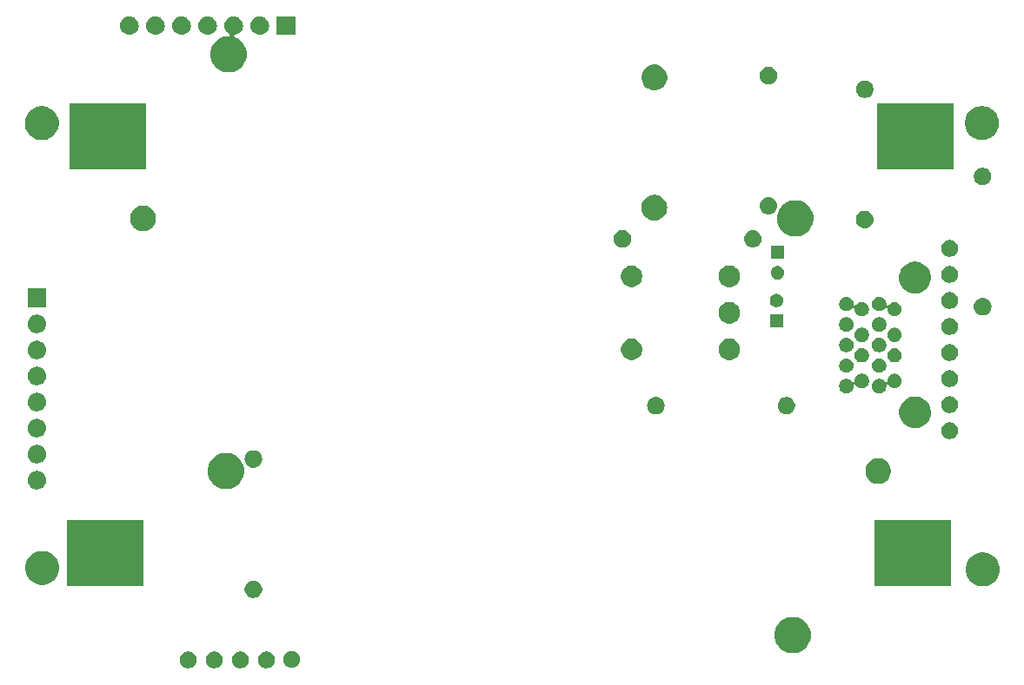
<source format=gbr>
G04 #@! TF.GenerationSoftware,KiCad,Pcbnew,(5.0.2)-1*
G04 #@! TF.CreationDate,2019-08-17T15:57:10+01:00*
G04 #@! TF.ProjectId,SoliCamb Rev 4 PCB,536f6c69-4361-46d6-9220-526576203420,rev?*
G04 #@! TF.SameCoordinates,Original*
G04 #@! TF.FileFunction,Soldermask,Bot*
G04 #@! TF.FilePolarity,Negative*
%FSLAX46Y46*%
G04 Gerber Fmt 4.6, Leading zero omitted, Abs format (unit mm)*
G04 Created by KiCad (PCBNEW (5.0.2)-1) date 8/17/2019 3:57:10 PM*
%MOMM*%
%LPD*%
G01*
G04 APERTURE LIST*
%ADD10C,0.100000*%
G04 APERTURE END LIST*
D10*
G36*
X86851142Y-135870242D02*
X86999102Y-135931530D01*
X87132258Y-136020502D01*
X87245498Y-136133742D01*
X87334470Y-136266898D01*
X87395758Y-136414858D01*
X87427000Y-136571925D01*
X87427000Y-136732075D01*
X87395758Y-136889142D01*
X87334470Y-137037102D01*
X87245498Y-137170258D01*
X87132258Y-137283498D01*
X86999102Y-137372470D01*
X86851142Y-137433758D01*
X86694075Y-137465000D01*
X86533925Y-137465000D01*
X86376858Y-137433758D01*
X86228898Y-137372470D01*
X86095742Y-137283498D01*
X85982502Y-137170258D01*
X85893530Y-137037102D01*
X85832242Y-136889142D01*
X85801000Y-136732075D01*
X85801000Y-136571925D01*
X85832242Y-136414858D01*
X85893530Y-136266898D01*
X85982502Y-136133742D01*
X86095742Y-136020502D01*
X86228898Y-135931530D01*
X86376858Y-135870242D01*
X86533925Y-135839000D01*
X86694075Y-135839000D01*
X86851142Y-135870242D01*
X86851142Y-135870242D01*
G37*
G36*
X79231142Y-135870242D02*
X79379102Y-135931530D01*
X79512258Y-136020502D01*
X79625498Y-136133742D01*
X79714470Y-136266898D01*
X79775758Y-136414858D01*
X79807000Y-136571925D01*
X79807000Y-136732075D01*
X79775758Y-136889142D01*
X79714470Y-137037102D01*
X79625498Y-137170258D01*
X79512258Y-137283498D01*
X79379102Y-137372470D01*
X79231142Y-137433758D01*
X79074075Y-137465000D01*
X78913925Y-137465000D01*
X78756858Y-137433758D01*
X78608898Y-137372470D01*
X78475742Y-137283498D01*
X78362502Y-137170258D01*
X78273530Y-137037102D01*
X78212242Y-136889142D01*
X78181000Y-136732075D01*
X78181000Y-136571925D01*
X78212242Y-136414858D01*
X78273530Y-136266898D01*
X78362502Y-136133742D01*
X78475742Y-136020502D01*
X78608898Y-135931530D01*
X78756858Y-135870242D01*
X78913925Y-135839000D01*
X79074075Y-135839000D01*
X79231142Y-135870242D01*
X79231142Y-135870242D01*
G37*
G36*
X81771142Y-135870242D02*
X81919102Y-135931530D01*
X82052258Y-136020502D01*
X82165498Y-136133742D01*
X82254470Y-136266898D01*
X82315758Y-136414858D01*
X82347000Y-136571925D01*
X82347000Y-136732075D01*
X82315758Y-136889142D01*
X82254470Y-137037102D01*
X82165498Y-137170258D01*
X82052258Y-137283498D01*
X81919102Y-137372470D01*
X81771142Y-137433758D01*
X81614075Y-137465000D01*
X81453925Y-137465000D01*
X81296858Y-137433758D01*
X81148898Y-137372470D01*
X81015742Y-137283498D01*
X80902502Y-137170258D01*
X80813530Y-137037102D01*
X80752242Y-136889142D01*
X80721000Y-136732075D01*
X80721000Y-136571925D01*
X80752242Y-136414858D01*
X80813530Y-136266898D01*
X80902502Y-136133742D01*
X81015742Y-136020502D01*
X81148898Y-135931530D01*
X81296858Y-135870242D01*
X81453925Y-135839000D01*
X81614075Y-135839000D01*
X81771142Y-135870242D01*
X81771142Y-135870242D01*
G37*
G36*
X84311142Y-135870242D02*
X84459102Y-135931530D01*
X84592258Y-136020502D01*
X84705498Y-136133742D01*
X84794470Y-136266898D01*
X84855758Y-136414858D01*
X84887000Y-136571925D01*
X84887000Y-136732075D01*
X84855758Y-136889142D01*
X84794470Y-137037102D01*
X84705498Y-137170258D01*
X84592258Y-137283498D01*
X84459102Y-137372470D01*
X84311142Y-137433758D01*
X84154075Y-137465000D01*
X83993925Y-137465000D01*
X83836858Y-137433758D01*
X83688898Y-137372470D01*
X83555742Y-137283498D01*
X83442502Y-137170258D01*
X83353530Y-137037102D01*
X83292242Y-136889142D01*
X83261000Y-136732075D01*
X83261000Y-136571925D01*
X83292242Y-136414858D01*
X83353530Y-136266898D01*
X83442502Y-136133742D01*
X83555742Y-136020502D01*
X83688898Y-135931530D01*
X83836858Y-135870242D01*
X83993925Y-135839000D01*
X84154075Y-135839000D01*
X84311142Y-135870242D01*
X84311142Y-135870242D01*
G37*
G36*
X89311142Y-135830242D02*
X89459102Y-135891530D01*
X89518965Y-135931529D01*
X89540247Y-135945749D01*
X89592258Y-135980502D01*
X89705498Y-136093742D01*
X89794470Y-136226898D01*
X89855758Y-136374858D01*
X89887000Y-136531925D01*
X89887000Y-136692075D01*
X89855758Y-136849142D01*
X89794470Y-136997102D01*
X89705498Y-137130258D01*
X89592258Y-137243498D01*
X89459102Y-137332470D01*
X89311142Y-137393758D01*
X89154075Y-137425000D01*
X88993925Y-137425000D01*
X88836858Y-137393758D01*
X88688898Y-137332470D01*
X88555742Y-137243498D01*
X88442502Y-137130258D01*
X88353530Y-136997102D01*
X88292242Y-136849142D01*
X88261000Y-136692075D01*
X88261000Y-136531925D01*
X88292242Y-136374858D01*
X88353530Y-136226898D01*
X88442502Y-136093742D01*
X88555742Y-135980502D01*
X88607754Y-135945749D01*
X88629035Y-135931529D01*
X88688898Y-135891530D01*
X88836858Y-135830242D01*
X88993925Y-135799000D01*
X89154075Y-135799000D01*
X89311142Y-135830242D01*
X89311142Y-135830242D01*
G37*
G36*
X138394037Y-132530250D02*
X138394039Y-132530251D01*
X138394040Y-132530251D01*
X138717251Y-132664129D01*
X138717252Y-132664130D01*
X139008137Y-132858493D01*
X139255507Y-133105863D01*
X139255509Y-133105866D01*
X139449871Y-133396749D01*
X139583749Y-133719960D01*
X139652000Y-134063079D01*
X139652000Y-134412921D01*
X139583749Y-134756040D01*
X139449871Y-135079251D01*
X139449870Y-135079252D01*
X139255507Y-135370137D01*
X139008137Y-135617507D01*
X139008134Y-135617509D01*
X138717251Y-135811871D01*
X138394040Y-135945749D01*
X138394039Y-135945749D01*
X138394037Y-135945750D01*
X138050922Y-136014000D01*
X137701078Y-136014000D01*
X137357963Y-135945750D01*
X137357961Y-135945749D01*
X137357960Y-135945749D01*
X137034749Y-135811871D01*
X136743866Y-135617509D01*
X136743863Y-135617507D01*
X136496493Y-135370137D01*
X136302130Y-135079252D01*
X136302129Y-135079251D01*
X136168251Y-134756040D01*
X136100000Y-134412921D01*
X136100000Y-134063079D01*
X136168251Y-133719960D01*
X136302129Y-133396749D01*
X136496491Y-133105866D01*
X136496493Y-133105863D01*
X136743863Y-132858493D01*
X137034748Y-132664130D01*
X137034749Y-132664129D01*
X137357960Y-132530251D01*
X137357961Y-132530251D01*
X137357963Y-132530250D01*
X137701078Y-132462000D01*
X138050922Y-132462000D01*
X138394037Y-132530250D01*
X138394037Y-132530250D01*
G37*
G36*
X85598228Y-128941703D02*
X85753100Y-129005853D01*
X85892481Y-129098985D01*
X86011015Y-129217519D01*
X86104147Y-129356900D01*
X86168297Y-129511772D01*
X86201000Y-129676184D01*
X86201000Y-129843816D01*
X86168297Y-130008228D01*
X86104147Y-130163100D01*
X86011015Y-130302481D01*
X85892481Y-130421015D01*
X85753100Y-130514147D01*
X85598228Y-130578297D01*
X85433816Y-130611000D01*
X85266184Y-130611000D01*
X85101772Y-130578297D01*
X84946900Y-130514147D01*
X84807519Y-130421015D01*
X84688985Y-130302481D01*
X84595853Y-130163100D01*
X84531703Y-130008228D01*
X84499000Y-129843816D01*
X84499000Y-129676184D01*
X84531703Y-129511772D01*
X84595853Y-129356900D01*
X84688985Y-129217519D01*
X84807519Y-129098985D01*
X84946900Y-129005853D01*
X85101772Y-128941703D01*
X85266184Y-128909000D01*
X85433816Y-128909000D01*
X85598228Y-128941703D01*
X85598228Y-128941703D01*
G37*
G36*
X156755256Y-126231298D02*
X156861579Y-126252447D01*
X157162042Y-126376903D01*
X157428852Y-126555180D01*
X157432454Y-126557587D01*
X157662413Y-126787546D01*
X157843098Y-127057960D01*
X157967553Y-127358422D01*
X158031000Y-127677389D01*
X158031000Y-128002611D01*
X157967553Y-128321578D01*
X157843098Y-128622040D01*
X157662413Y-128892454D01*
X157432454Y-129122413D01*
X157432451Y-129122415D01*
X157162042Y-129303097D01*
X156861579Y-129427553D01*
X156755256Y-129448702D01*
X156542611Y-129491000D01*
X156217389Y-129491000D01*
X156004744Y-129448702D01*
X155898421Y-129427553D01*
X155597958Y-129303097D01*
X155327549Y-129122415D01*
X155327546Y-129122413D01*
X155097587Y-128892454D01*
X154916902Y-128622040D01*
X154792447Y-128321578D01*
X154729000Y-128002611D01*
X154729000Y-127677389D01*
X154792447Y-127358422D01*
X154916902Y-127057960D01*
X155097587Y-126787546D01*
X155327546Y-126557587D01*
X155331148Y-126555180D01*
X155597958Y-126376903D01*
X155898421Y-126252447D01*
X156004744Y-126231298D01*
X156217389Y-126189000D01*
X156542611Y-126189000D01*
X156755256Y-126231298D01*
X156755256Y-126231298D01*
G37*
G36*
X153327000Y-129464000D02*
X145885000Y-129464000D01*
X145885000Y-123012000D01*
X153327000Y-123012000D01*
X153327000Y-129464000D01*
X153327000Y-129464000D01*
G37*
G36*
X74667000Y-129464000D02*
X67225000Y-129464000D01*
X67225000Y-123012000D01*
X74667000Y-123012000D01*
X74667000Y-129464000D01*
X74667000Y-129464000D01*
G37*
G36*
X65155256Y-126071298D02*
X65261579Y-126092447D01*
X65562042Y-126216903D01*
X65615237Y-126252447D01*
X65832454Y-126397587D01*
X66062413Y-126627546D01*
X66243098Y-126897960D01*
X66367553Y-127198422D01*
X66431000Y-127517389D01*
X66431000Y-127842611D01*
X66367553Y-128161578D01*
X66243098Y-128462040D01*
X66062413Y-128732454D01*
X65832454Y-128962413D01*
X65832451Y-128962415D01*
X65562042Y-129143097D01*
X65261579Y-129267553D01*
X65155256Y-129288702D01*
X64942611Y-129331000D01*
X64617389Y-129331000D01*
X64404744Y-129288702D01*
X64298421Y-129267553D01*
X63997958Y-129143097D01*
X63727549Y-128962415D01*
X63727546Y-128962413D01*
X63497587Y-128732454D01*
X63316902Y-128462040D01*
X63192447Y-128161578D01*
X63129000Y-127842611D01*
X63129000Y-127517389D01*
X63192447Y-127198422D01*
X63316902Y-126897960D01*
X63497587Y-126627546D01*
X63727546Y-126397587D01*
X63944763Y-126252447D01*
X63997958Y-126216903D01*
X64298421Y-126092447D01*
X64404744Y-126071298D01*
X64617389Y-126029000D01*
X64942611Y-126029000D01*
X65155256Y-126071298D01*
X65155256Y-126071298D01*
G37*
G36*
X64372442Y-118231518D02*
X64438627Y-118238037D01*
X64551853Y-118272384D01*
X64608467Y-118289557D01*
X64741602Y-118360720D01*
X64764991Y-118373222D01*
X64800729Y-118402552D01*
X64902186Y-118485814D01*
X64985448Y-118587271D01*
X65014778Y-118623009D01*
X65014779Y-118623011D01*
X65098443Y-118779533D01*
X65098443Y-118779534D01*
X65149963Y-118949373D01*
X65167359Y-119126000D01*
X65149963Y-119302627D01*
X65137961Y-119342191D01*
X65098443Y-119472467D01*
X65092278Y-119484000D01*
X65014778Y-119628991D01*
X64985448Y-119664729D01*
X64902186Y-119766186D01*
X64800729Y-119849448D01*
X64764991Y-119878778D01*
X64764989Y-119878779D01*
X64608467Y-119962443D01*
X64551853Y-119979616D01*
X64438627Y-120013963D01*
X64372442Y-120020482D01*
X64306260Y-120027000D01*
X64217740Y-120027000D01*
X64151558Y-120020482D01*
X64085373Y-120013963D01*
X63972147Y-119979616D01*
X63915533Y-119962443D01*
X63759011Y-119878779D01*
X63759009Y-119878778D01*
X63723271Y-119849448D01*
X63621814Y-119766186D01*
X63538552Y-119664729D01*
X63509222Y-119628991D01*
X63431722Y-119484000D01*
X63425557Y-119472467D01*
X63386039Y-119342191D01*
X63374037Y-119302627D01*
X63356641Y-119126000D01*
X63374037Y-118949373D01*
X63425557Y-118779534D01*
X63425557Y-118779533D01*
X63509221Y-118623011D01*
X63509222Y-118623009D01*
X63538552Y-118587271D01*
X63621814Y-118485814D01*
X63723271Y-118402552D01*
X63759009Y-118373222D01*
X63782398Y-118360720D01*
X63915533Y-118289557D01*
X63972147Y-118272384D01*
X64085373Y-118238037D01*
X64151558Y-118231518D01*
X64217740Y-118225000D01*
X64306260Y-118225000D01*
X64372442Y-118231518D01*
X64372442Y-118231518D01*
G37*
G36*
X83194037Y-116530250D02*
X83194039Y-116530251D01*
X83194040Y-116530251D01*
X83517251Y-116664129D01*
X83804213Y-116855871D01*
X83808137Y-116858493D01*
X84055507Y-117105863D01*
X84055509Y-117105866D01*
X84249871Y-117396749D01*
X84383749Y-117719960D01*
X84383750Y-117719963D01*
X84452000Y-118063078D01*
X84452000Y-118412922D01*
X84410211Y-118623011D01*
X84383749Y-118756040D01*
X84249871Y-119079251D01*
X84249870Y-119079252D01*
X84055507Y-119370137D01*
X83808137Y-119617507D01*
X83808134Y-119617509D01*
X83517251Y-119811871D01*
X83194040Y-119945749D01*
X83194039Y-119945749D01*
X83194037Y-119945750D01*
X82850922Y-120014000D01*
X82501078Y-120014000D01*
X82157963Y-119945750D01*
X82157961Y-119945749D01*
X82157960Y-119945749D01*
X81834749Y-119811871D01*
X81543866Y-119617509D01*
X81543863Y-119617507D01*
X81296493Y-119370137D01*
X81102130Y-119079252D01*
X81102129Y-119079251D01*
X80968251Y-118756040D01*
X80941790Y-118623011D01*
X80900000Y-118412922D01*
X80900000Y-118063078D01*
X80968250Y-117719963D01*
X80968251Y-117719960D01*
X81102129Y-117396749D01*
X81296491Y-117105866D01*
X81296493Y-117105863D01*
X81543863Y-116858493D01*
X81547787Y-116855871D01*
X81834749Y-116664129D01*
X82157960Y-116530251D01*
X82157961Y-116530251D01*
X82157963Y-116530250D01*
X82501078Y-116462000D01*
X82850922Y-116462000D01*
X83194037Y-116530250D01*
X83194037Y-116530250D01*
G37*
G36*
X146569443Y-117039882D02*
X146796203Y-117133809D01*
X146878167Y-117188576D01*
X147000279Y-117270168D01*
X147173832Y-117443721D01*
X147234874Y-117535078D01*
X147310191Y-117647797D01*
X147404118Y-117874557D01*
X147452000Y-118115278D01*
X147452000Y-118360722D01*
X147404118Y-118601443D01*
X147310191Y-118828203D01*
X147255424Y-118910167D01*
X147173832Y-119032279D01*
X147000279Y-119205832D01*
X146878167Y-119287424D01*
X146796203Y-119342191D01*
X146569443Y-119436118D01*
X146328722Y-119484000D01*
X146083278Y-119484000D01*
X145842557Y-119436118D01*
X145615797Y-119342191D01*
X145533833Y-119287424D01*
X145411721Y-119205832D01*
X145238168Y-119032279D01*
X145156576Y-118910167D01*
X145101809Y-118828203D01*
X145007882Y-118601443D01*
X144960000Y-118360722D01*
X144960000Y-118115278D01*
X145007882Y-117874557D01*
X145101809Y-117647797D01*
X145177126Y-117535078D01*
X145238168Y-117443721D01*
X145411721Y-117270168D01*
X145533833Y-117188576D01*
X145615797Y-117133809D01*
X145842557Y-117039882D01*
X146083278Y-116992000D01*
X146328722Y-116992000D01*
X146569443Y-117039882D01*
X146569443Y-117039882D01*
G37*
G36*
X85516821Y-116221313D02*
X85516824Y-116221314D01*
X85516825Y-116221314D01*
X85677239Y-116269975D01*
X85677241Y-116269976D01*
X85677244Y-116269977D01*
X85825078Y-116348995D01*
X85954659Y-116455341D01*
X86061005Y-116584922D01*
X86140023Y-116732756D01*
X86140024Y-116732759D01*
X86140025Y-116732761D01*
X86178165Y-116858493D01*
X86188687Y-116893179D01*
X86205117Y-117060000D01*
X86188687Y-117226821D01*
X86140023Y-117387244D01*
X86061005Y-117535078D01*
X85954659Y-117664659D01*
X85825078Y-117771005D01*
X85677244Y-117850023D01*
X85677241Y-117850024D01*
X85677239Y-117850025D01*
X85516825Y-117898686D01*
X85516824Y-117898686D01*
X85516821Y-117898687D01*
X85391804Y-117911000D01*
X85308196Y-117911000D01*
X85183179Y-117898687D01*
X85183176Y-117898686D01*
X85183175Y-117898686D01*
X85022761Y-117850025D01*
X85022759Y-117850024D01*
X85022756Y-117850023D01*
X84874922Y-117771005D01*
X84745341Y-117664659D01*
X84638995Y-117535078D01*
X84559977Y-117387244D01*
X84511313Y-117226821D01*
X84494883Y-117060000D01*
X84511313Y-116893179D01*
X84521835Y-116858493D01*
X84559975Y-116732761D01*
X84559976Y-116732759D01*
X84559977Y-116732756D01*
X84638995Y-116584922D01*
X84745341Y-116455341D01*
X84874922Y-116348995D01*
X85022756Y-116269977D01*
X85022759Y-116269976D01*
X85022761Y-116269975D01*
X85183175Y-116221314D01*
X85183176Y-116221314D01*
X85183179Y-116221313D01*
X85308196Y-116209000D01*
X85391804Y-116209000D01*
X85516821Y-116221313D01*
X85516821Y-116221313D01*
G37*
G36*
X64372443Y-115691519D02*
X64438627Y-115698037D01*
X64551853Y-115732384D01*
X64608467Y-115749557D01*
X64747087Y-115823652D01*
X64764991Y-115833222D01*
X64800729Y-115862552D01*
X64902186Y-115945814D01*
X64985448Y-116047271D01*
X65014778Y-116083009D01*
X65014779Y-116083011D01*
X65098443Y-116239533D01*
X65098443Y-116239534D01*
X65149963Y-116409373D01*
X65167359Y-116586000D01*
X65149963Y-116762627D01*
X65120883Y-116858491D01*
X65098443Y-116932467D01*
X65066621Y-116992000D01*
X65014778Y-117088991D01*
X65000931Y-117105863D01*
X64902186Y-117226186D01*
X64800729Y-117309448D01*
X64764991Y-117338778D01*
X64764989Y-117338779D01*
X64608467Y-117422443D01*
X64551853Y-117439616D01*
X64438627Y-117473963D01*
X64372442Y-117480482D01*
X64306260Y-117487000D01*
X64217740Y-117487000D01*
X64151558Y-117480482D01*
X64085373Y-117473963D01*
X63972147Y-117439616D01*
X63915533Y-117422443D01*
X63759011Y-117338779D01*
X63759009Y-117338778D01*
X63723271Y-117309448D01*
X63621814Y-117226186D01*
X63523069Y-117105863D01*
X63509222Y-117088991D01*
X63457379Y-116992000D01*
X63425557Y-116932467D01*
X63403117Y-116858491D01*
X63374037Y-116762627D01*
X63356641Y-116586000D01*
X63374037Y-116409373D01*
X63425557Y-116239534D01*
X63425557Y-116239533D01*
X63509221Y-116083011D01*
X63509222Y-116083009D01*
X63538552Y-116047271D01*
X63621814Y-115945814D01*
X63723271Y-115862552D01*
X63759009Y-115833222D01*
X63776913Y-115823652D01*
X63915533Y-115749557D01*
X63972147Y-115732384D01*
X64085373Y-115698037D01*
X64151557Y-115691519D01*
X64217740Y-115685000D01*
X64306260Y-115685000D01*
X64372443Y-115691519D01*
X64372443Y-115691519D01*
G37*
G36*
X153399142Y-113518242D02*
X153547102Y-113579530D01*
X153680258Y-113668502D01*
X153793498Y-113781742D01*
X153882470Y-113914898D01*
X153943758Y-114062858D01*
X153975000Y-114219925D01*
X153975000Y-114380075D01*
X153943758Y-114537142D01*
X153882470Y-114685102D01*
X153837683Y-114752130D01*
X153806514Y-114798779D01*
X153793498Y-114818258D01*
X153680258Y-114931498D01*
X153547102Y-115020470D01*
X153399142Y-115081758D01*
X153242075Y-115113000D01*
X153081925Y-115113000D01*
X152924858Y-115081758D01*
X152776898Y-115020470D01*
X152643742Y-114931498D01*
X152530502Y-114818258D01*
X152517487Y-114798779D01*
X152486317Y-114752130D01*
X152441530Y-114685102D01*
X152380242Y-114537142D01*
X152349000Y-114380075D01*
X152349000Y-114219925D01*
X152380242Y-114062858D01*
X152441530Y-113914898D01*
X152530502Y-113781742D01*
X152643742Y-113668502D01*
X152776898Y-113579530D01*
X152924858Y-113518242D01*
X153081925Y-113487000D01*
X153242075Y-113487000D01*
X153399142Y-113518242D01*
X153399142Y-113518242D01*
G37*
G36*
X64372442Y-113151518D02*
X64438627Y-113158037D01*
X64551853Y-113192384D01*
X64608467Y-113209557D01*
X64674165Y-113244674D01*
X64764991Y-113293222D01*
X64800729Y-113322552D01*
X64902186Y-113405814D01*
X64978420Y-113498707D01*
X65014778Y-113543009D01*
X65014779Y-113543011D01*
X65098443Y-113699533D01*
X65098443Y-113699534D01*
X65149963Y-113869373D01*
X65167359Y-114046000D01*
X65149963Y-114222627D01*
X65115616Y-114335853D01*
X65098443Y-114392467D01*
X65024348Y-114531087D01*
X65014778Y-114548991D01*
X64985448Y-114584729D01*
X64902186Y-114686186D01*
X64800729Y-114769448D01*
X64764991Y-114798778D01*
X64764989Y-114798779D01*
X64608467Y-114882443D01*
X64551853Y-114899616D01*
X64438627Y-114933963D01*
X64372442Y-114940482D01*
X64306260Y-114947000D01*
X64217740Y-114947000D01*
X64151558Y-114940482D01*
X64085373Y-114933963D01*
X63972147Y-114899616D01*
X63915533Y-114882443D01*
X63759011Y-114798779D01*
X63759009Y-114798778D01*
X63723271Y-114769448D01*
X63621814Y-114686186D01*
X63538552Y-114584729D01*
X63509222Y-114548991D01*
X63499652Y-114531087D01*
X63425557Y-114392467D01*
X63408384Y-114335853D01*
X63374037Y-114222627D01*
X63356641Y-114046000D01*
X63374037Y-113869373D01*
X63425557Y-113699534D01*
X63425557Y-113699533D01*
X63509221Y-113543011D01*
X63509222Y-113543009D01*
X63545580Y-113498707D01*
X63621814Y-113405814D01*
X63723271Y-113322552D01*
X63759009Y-113293222D01*
X63849835Y-113244674D01*
X63915533Y-113209557D01*
X63972147Y-113192384D01*
X64085373Y-113158037D01*
X64151558Y-113151518D01*
X64217740Y-113145000D01*
X64306260Y-113145000D01*
X64372442Y-113151518D01*
X64372442Y-113151518D01*
G37*
G36*
X150162527Y-110998736D02*
X150262410Y-111018604D01*
X150544674Y-111135521D01*
X150798705Y-111305259D01*
X151014741Y-111521295D01*
X151184479Y-111775326D01*
X151301396Y-112057590D01*
X151301396Y-112057591D01*
X151361000Y-112357238D01*
X151361000Y-112662762D01*
X151321264Y-112862527D01*
X151301396Y-112962410D01*
X151184479Y-113244674D01*
X151014741Y-113498705D01*
X150798705Y-113714741D01*
X150544674Y-113884479D01*
X150262410Y-114001396D01*
X150162527Y-114021264D01*
X149962762Y-114061000D01*
X149657238Y-114061000D01*
X149457473Y-114021264D01*
X149357590Y-114001396D01*
X149075326Y-113884479D01*
X148821295Y-113714741D01*
X148605259Y-113498705D01*
X148435521Y-113244674D01*
X148318604Y-112962410D01*
X148298736Y-112862527D01*
X148259000Y-112662762D01*
X148259000Y-112357238D01*
X148318604Y-112057591D01*
X148318604Y-112057590D01*
X148435521Y-111775326D01*
X148605259Y-111521295D01*
X148821295Y-111305259D01*
X149075326Y-111135521D01*
X149357590Y-111018604D01*
X149457473Y-110998736D01*
X149657238Y-110959000D01*
X149962762Y-110959000D01*
X150162527Y-110998736D01*
X150162527Y-110998736D01*
G37*
G36*
X124726821Y-111031313D02*
X124726824Y-111031314D01*
X124726825Y-111031314D01*
X124887239Y-111079975D01*
X124887241Y-111079976D01*
X124887244Y-111079977D01*
X125035078Y-111158995D01*
X125164659Y-111265341D01*
X125271005Y-111394922D01*
X125350023Y-111542756D01*
X125350024Y-111542759D01*
X125350025Y-111542761D01*
X125392452Y-111682625D01*
X125398687Y-111703179D01*
X125415117Y-111870000D01*
X125398687Y-112036821D01*
X125398686Y-112036824D01*
X125398686Y-112036825D01*
X125365512Y-112146186D01*
X125350023Y-112197244D01*
X125271005Y-112345078D01*
X125164659Y-112474659D01*
X125035078Y-112581005D01*
X124887244Y-112660023D01*
X124887241Y-112660024D01*
X124887239Y-112660025D01*
X124726825Y-112708686D01*
X124726824Y-112708686D01*
X124726821Y-112708687D01*
X124601804Y-112721000D01*
X124518196Y-112721000D01*
X124393179Y-112708687D01*
X124393176Y-112708686D01*
X124393175Y-112708686D01*
X124232761Y-112660025D01*
X124232759Y-112660024D01*
X124232756Y-112660023D01*
X124084922Y-112581005D01*
X123955341Y-112474659D01*
X123848995Y-112345078D01*
X123769977Y-112197244D01*
X123754489Y-112146186D01*
X123721314Y-112036825D01*
X123721314Y-112036824D01*
X123721313Y-112036821D01*
X123704883Y-111870000D01*
X123721313Y-111703179D01*
X123727548Y-111682625D01*
X123769975Y-111542761D01*
X123769976Y-111542759D01*
X123769977Y-111542756D01*
X123848995Y-111394922D01*
X123955341Y-111265341D01*
X124084922Y-111158995D01*
X124232756Y-111079977D01*
X124232759Y-111079976D01*
X124232761Y-111079975D01*
X124393175Y-111031314D01*
X124393176Y-111031314D01*
X124393179Y-111031313D01*
X124518196Y-111019000D01*
X124601804Y-111019000D01*
X124726821Y-111031313D01*
X124726821Y-111031313D01*
G37*
G36*
X137508228Y-111051703D02*
X137663100Y-111115853D01*
X137802481Y-111208985D01*
X137921015Y-111327519D01*
X138014147Y-111466900D01*
X138078297Y-111621772D01*
X138111000Y-111786184D01*
X138111000Y-111953816D01*
X138078297Y-112118228D01*
X138014147Y-112273100D01*
X137921015Y-112412481D01*
X137802481Y-112531015D01*
X137663100Y-112624147D01*
X137508228Y-112688297D01*
X137343816Y-112721000D01*
X137176184Y-112721000D01*
X137011772Y-112688297D01*
X136856900Y-112624147D01*
X136717519Y-112531015D01*
X136598985Y-112412481D01*
X136505853Y-112273100D01*
X136441703Y-112118228D01*
X136409000Y-111953816D01*
X136409000Y-111786184D01*
X136441703Y-111621772D01*
X136505853Y-111466900D01*
X136598985Y-111327519D01*
X136717519Y-111208985D01*
X136856900Y-111115853D01*
X137011772Y-111051703D01*
X137176184Y-111019000D01*
X137343816Y-111019000D01*
X137508228Y-111051703D01*
X137508228Y-111051703D01*
G37*
G36*
X153399142Y-110978242D02*
X153547102Y-111039530D01*
X153607632Y-111079975D01*
X153680257Y-111128501D01*
X153793499Y-111241743D01*
X153835939Y-111305259D01*
X153882470Y-111374898D01*
X153943758Y-111522858D01*
X153975000Y-111679925D01*
X153975000Y-111840075D01*
X153943758Y-111997142D01*
X153882470Y-112145102D01*
X153847633Y-112197239D01*
X153796945Y-112273100D01*
X153793498Y-112278258D01*
X153680258Y-112391498D01*
X153547102Y-112480470D01*
X153399142Y-112541758D01*
X153242075Y-112573000D01*
X153081925Y-112573000D01*
X152924858Y-112541758D01*
X152776898Y-112480470D01*
X152643742Y-112391498D01*
X152530502Y-112278258D01*
X152527056Y-112273100D01*
X152476367Y-112197239D01*
X152441530Y-112145102D01*
X152380242Y-111997142D01*
X152349000Y-111840075D01*
X152349000Y-111679925D01*
X152380242Y-111522858D01*
X152441530Y-111374898D01*
X152488061Y-111305259D01*
X152530501Y-111241743D01*
X152643743Y-111128501D01*
X152716368Y-111079975D01*
X152776898Y-111039530D01*
X152924858Y-110978242D01*
X153081925Y-110947000D01*
X153242075Y-110947000D01*
X153399142Y-110978242D01*
X153399142Y-110978242D01*
G37*
G36*
X64372443Y-110611519D02*
X64438627Y-110618037D01*
X64547292Y-110651000D01*
X64608467Y-110669557D01*
X64747087Y-110743652D01*
X64764991Y-110753222D01*
X64800729Y-110782552D01*
X64902186Y-110865814D01*
X64985448Y-110967271D01*
X65014778Y-111003009D01*
X65014779Y-111003011D01*
X65098443Y-111159533D01*
X65098443Y-111159534D01*
X65149963Y-111329373D01*
X65167359Y-111506000D01*
X65149963Y-111682627D01*
X65118549Y-111786184D01*
X65098443Y-111852467D01*
X65089071Y-111870000D01*
X65014778Y-112008991D01*
X64991938Y-112036821D01*
X64902186Y-112146186D01*
X64800729Y-112229448D01*
X64764991Y-112258778D01*
X64764989Y-112258779D01*
X64608467Y-112342443D01*
X64599780Y-112345078D01*
X64438627Y-112393963D01*
X64372443Y-112400481D01*
X64306260Y-112407000D01*
X64217740Y-112407000D01*
X64151557Y-112400481D01*
X64085373Y-112393963D01*
X63924220Y-112345078D01*
X63915533Y-112342443D01*
X63759011Y-112258779D01*
X63759009Y-112258778D01*
X63723271Y-112229448D01*
X63621814Y-112146186D01*
X63532062Y-112036821D01*
X63509222Y-112008991D01*
X63434929Y-111870000D01*
X63425557Y-111852467D01*
X63405451Y-111786184D01*
X63374037Y-111682627D01*
X63356641Y-111506000D01*
X63374037Y-111329373D01*
X63425557Y-111159534D01*
X63425557Y-111159533D01*
X63509221Y-111003011D01*
X63509222Y-111003009D01*
X63538552Y-110967271D01*
X63621814Y-110865814D01*
X63723271Y-110782552D01*
X63759009Y-110753222D01*
X63776913Y-110743652D01*
X63915533Y-110669557D01*
X63976708Y-110651000D01*
X64085373Y-110618037D01*
X64151557Y-110611519D01*
X64217740Y-110605000D01*
X64306260Y-110605000D01*
X64372443Y-110611519D01*
X64372443Y-110611519D01*
G37*
G36*
X148004472Y-108775938D02*
X148132049Y-108828782D01*
X148246865Y-108905500D01*
X148344500Y-109003135D01*
X148421218Y-109117951D01*
X148474062Y-109245528D01*
X148501000Y-109380956D01*
X148501000Y-109519044D01*
X148474062Y-109654472D01*
X148421218Y-109782049D01*
X148344500Y-109896865D01*
X148246865Y-109994500D01*
X148132049Y-110071218D01*
X148004472Y-110124062D01*
X147869044Y-110151000D01*
X147730956Y-110151000D01*
X147595528Y-110124062D01*
X147467951Y-110071218D01*
X147353135Y-109994500D01*
X147255500Y-109896865D01*
X147229934Y-109858603D01*
X147214388Y-109839661D01*
X147195446Y-109824115D01*
X147173835Y-109812564D01*
X147150386Y-109805451D01*
X147126000Y-109803049D01*
X147101614Y-109805451D01*
X147078165Y-109812564D01*
X147056554Y-109824115D01*
X147037612Y-109839661D01*
X147022066Y-109858603D01*
X147010515Y-109880214D01*
X147003402Y-109903663D01*
X147001000Y-109928049D01*
X147001000Y-110019044D01*
X146974062Y-110154472D01*
X146921218Y-110282049D01*
X146844500Y-110396865D01*
X146746865Y-110494500D01*
X146632049Y-110571218D01*
X146504472Y-110624062D01*
X146369044Y-110651000D01*
X146230956Y-110651000D01*
X146095528Y-110624062D01*
X145967951Y-110571218D01*
X145853135Y-110494500D01*
X145755500Y-110396865D01*
X145678782Y-110282049D01*
X145625938Y-110154472D01*
X145599000Y-110019044D01*
X145599000Y-109880956D01*
X145625938Y-109745528D01*
X145678782Y-109617951D01*
X145755500Y-109503135D01*
X145853135Y-109405500D01*
X145967951Y-109328782D01*
X146095528Y-109275938D01*
X146230956Y-109249000D01*
X146369044Y-109249000D01*
X146504472Y-109275938D01*
X146632049Y-109328782D01*
X146746865Y-109405500D01*
X146844500Y-109503135D01*
X146870066Y-109541397D01*
X146885612Y-109560339D01*
X146904554Y-109575885D01*
X146926165Y-109587436D01*
X146949614Y-109594549D01*
X146974000Y-109596951D01*
X146998386Y-109594549D01*
X147021835Y-109587436D01*
X147043446Y-109575885D01*
X147062388Y-109560339D01*
X147077934Y-109541397D01*
X147089485Y-109519786D01*
X147096598Y-109496337D01*
X147099000Y-109471951D01*
X147099000Y-109380956D01*
X147125938Y-109245528D01*
X147178782Y-109117951D01*
X147255500Y-109003135D01*
X147353135Y-108905500D01*
X147467951Y-108828782D01*
X147595528Y-108775938D01*
X147730956Y-108749000D01*
X147869044Y-108749000D01*
X148004472Y-108775938D01*
X148004472Y-108775938D01*
G37*
G36*
X144804472Y-108775938D02*
X144932049Y-108828782D01*
X145046865Y-108905500D01*
X145144500Y-109003135D01*
X145221218Y-109117951D01*
X145274062Y-109245528D01*
X145301000Y-109380956D01*
X145301000Y-109519044D01*
X145274062Y-109654472D01*
X145221218Y-109782049D01*
X145144500Y-109896865D01*
X145046865Y-109994500D01*
X144932049Y-110071218D01*
X144804472Y-110124062D01*
X144669044Y-110151000D01*
X144530956Y-110151000D01*
X144395528Y-110124062D01*
X144267951Y-110071218D01*
X144153135Y-109994500D01*
X144055500Y-109896865D01*
X144029934Y-109858603D01*
X144014388Y-109839661D01*
X143995446Y-109824115D01*
X143973835Y-109812564D01*
X143950386Y-109805451D01*
X143926000Y-109803049D01*
X143901614Y-109805451D01*
X143878165Y-109812564D01*
X143856554Y-109824115D01*
X143837612Y-109839661D01*
X143822066Y-109858603D01*
X143810515Y-109880214D01*
X143803402Y-109903663D01*
X143801000Y-109928049D01*
X143801000Y-110019044D01*
X143774062Y-110154472D01*
X143721218Y-110282049D01*
X143644500Y-110396865D01*
X143546865Y-110494500D01*
X143432049Y-110571218D01*
X143304472Y-110624062D01*
X143169044Y-110651000D01*
X143030956Y-110651000D01*
X142895528Y-110624062D01*
X142767951Y-110571218D01*
X142653135Y-110494500D01*
X142555500Y-110396865D01*
X142478782Y-110282049D01*
X142425938Y-110154472D01*
X142399000Y-110019044D01*
X142399000Y-109880956D01*
X142425938Y-109745528D01*
X142478782Y-109617951D01*
X142555500Y-109503135D01*
X142653135Y-109405500D01*
X142767951Y-109328782D01*
X142895528Y-109275938D01*
X143030956Y-109249000D01*
X143169044Y-109249000D01*
X143304472Y-109275938D01*
X143432049Y-109328782D01*
X143546865Y-109405500D01*
X143644500Y-109503135D01*
X143670066Y-109541397D01*
X143685612Y-109560339D01*
X143704554Y-109575885D01*
X143726165Y-109587436D01*
X143749614Y-109594549D01*
X143774000Y-109596951D01*
X143798386Y-109594549D01*
X143821835Y-109587436D01*
X143843446Y-109575885D01*
X143862388Y-109560339D01*
X143877934Y-109541397D01*
X143889485Y-109519786D01*
X143896598Y-109496337D01*
X143899000Y-109471951D01*
X143899000Y-109380956D01*
X143925938Y-109245528D01*
X143978782Y-109117951D01*
X144055500Y-109003135D01*
X144153135Y-108905500D01*
X144267951Y-108828782D01*
X144395528Y-108775938D01*
X144530956Y-108749000D01*
X144669044Y-108749000D01*
X144804472Y-108775938D01*
X144804472Y-108775938D01*
G37*
G36*
X153399142Y-108438242D02*
X153547102Y-108499530D01*
X153680258Y-108588502D01*
X153793498Y-108701742D01*
X153882470Y-108834898D01*
X153943758Y-108982858D01*
X153975000Y-109139925D01*
X153975000Y-109300075D01*
X153943758Y-109457142D01*
X153882470Y-109605102D01*
X153873884Y-109617952D01*
X153793499Y-109738257D01*
X153680257Y-109851499D01*
X153636171Y-109880956D01*
X153547102Y-109940470D01*
X153399142Y-110001758D01*
X153242075Y-110033000D01*
X153081925Y-110033000D01*
X152924858Y-110001758D01*
X152776898Y-109940470D01*
X152687829Y-109880956D01*
X152643743Y-109851499D01*
X152530501Y-109738257D01*
X152450116Y-109617952D01*
X152441530Y-109605102D01*
X152380242Y-109457142D01*
X152349000Y-109300075D01*
X152349000Y-109139925D01*
X152380242Y-108982858D01*
X152441530Y-108834898D01*
X152530502Y-108701742D01*
X152643742Y-108588502D01*
X152776898Y-108499530D01*
X152924858Y-108438242D01*
X153081925Y-108407000D01*
X153242075Y-108407000D01*
X153399142Y-108438242D01*
X153399142Y-108438242D01*
G37*
G36*
X64372443Y-108071519D02*
X64438627Y-108078037D01*
X64551853Y-108112384D01*
X64608467Y-108129557D01*
X64747087Y-108203652D01*
X64764991Y-108213222D01*
X64800729Y-108242552D01*
X64902186Y-108325814D01*
X64985448Y-108427271D01*
X65014778Y-108463009D01*
X65014779Y-108463011D01*
X65098443Y-108619533D01*
X65099817Y-108624062D01*
X65149963Y-108789373D01*
X65167359Y-108966000D01*
X65149963Y-109142627D01*
X65118749Y-109245526D01*
X65098443Y-109312467D01*
X65089722Y-109328782D01*
X65014778Y-109468991D01*
X64986757Y-109503135D01*
X64902186Y-109606186D01*
X64800729Y-109689448D01*
X64764991Y-109718778D01*
X64764989Y-109718779D01*
X64608467Y-109802443D01*
X64551853Y-109819616D01*
X64438627Y-109853963D01*
X64372443Y-109860481D01*
X64306260Y-109867000D01*
X64217740Y-109867000D01*
X64151557Y-109860481D01*
X64085373Y-109853963D01*
X63972147Y-109819616D01*
X63915533Y-109802443D01*
X63759011Y-109718779D01*
X63759009Y-109718778D01*
X63723271Y-109689448D01*
X63621814Y-109606186D01*
X63537243Y-109503135D01*
X63509222Y-109468991D01*
X63434278Y-109328782D01*
X63425557Y-109312467D01*
X63405251Y-109245526D01*
X63374037Y-109142627D01*
X63356641Y-108966000D01*
X63374037Y-108789373D01*
X63424183Y-108624062D01*
X63425557Y-108619533D01*
X63509221Y-108463011D01*
X63509222Y-108463009D01*
X63538552Y-108427271D01*
X63621814Y-108325814D01*
X63723271Y-108242552D01*
X63759009Y-108213222D01*
X63776913Y-108203652D01*
X63915533Y-108129557D01*
X63972147Y-108112384D01*
X64085373Y-108078037D01*
X64151557Y-108071519D01*
X64217740Y-108065000D01*
X64306260Y-108065000D01*
X64372443Y-108071519D01*
X64372443Y-108071519D01*
G37*
G36*
X146504472Y-107275938D02*
X146632049Y-107328782D01*
X146746865Y-107405500D01*
X146844500Y-107503135D01*
X146921218Y-107617951D01*
X146974062Y-107745528D01*
X147001000Y-107880956D01*
X147001000Y-108019044D01*
X146974062Y-108154472D01*
X146921218Y-108282049D01*
X146844500Y-108396865D01*
X146746865Y-108494500D01*
X146632049Y-108571218D01*
X146504472Y-108624062D01*
X146369044Y-108651000D01*
X146230956Y-108651000D01*
X146095528Y-108624062D01*
X145967951Y-108571218D01*
X145853135Y-108494500D01*
X145755500Y-108396865D01*
X145678782Y-108282049D01*
X145625938Y-108154472D01*
X145599000Y-108019044D01*
X145599000Y-107880956D01*
X145625938Y-107745528D01*
X145678782Y-107617951D01*
X145755500Y-107503135D01*
X145853135Y-107405500D01*
X145967951Y-107328782D01*
X146095528Y-107275938D01*
X146230956Y-107249000D01*
X146369044Y-107249000D01*
X146504472Y-107275938D01*
X146504472Y-107275938D01*
G37*
G36*
X143304472Y-107275938D02*
X143432049Y-107328782D01*
X143546865Y-107405500D01*
X143644500Y-107503135D01*
X143721218Y-107617951D01*
X143774062Y-107745528D01*
X143801000Y-107880956D01*
X143801000Y-108019044D01*
X143774062Y-108154472D01*
X143721218Y-108282049D01*
X143644500Y-108396865D01*
X143546865Y-108494500D01*
X143432049Y-108571218D01*
X143304472Y-108624062D01*
X143169044Y-108651000D01*
X143030956Y-108651000D01*
X142895528Y-108624062D01*
X142767951Y-108571218D01*
X142653135Y-108494500D01*
X142555500Y-108396865D01*
X142478782Y-108282049D01*
X142425938Y-108154472D01*
X142399000Y-108019044D01*
X142399000Y-107880956D01*
X142425938Y-107745528D01*
X142478782Y-107617951D01*
X142555500Y-107503135D01*
X142653135Y-107405500D01*
X142767951Y-107328782D01*
X142895528Y-107275938D01*
X143030956Y-107249000D01*
X143169044Y-107249000D01*
X143304472Y-107275938D01*
X143304472Y-107275938D01*
G37*
G36*
X144804472Y-106275938D02*
X144932049Y-106328782D01*
X145046865Y-106405500D01*
X145144500Y-106503135D01*
X145221218Y-106617951D01*
X145274062Y-106745528D01*
X145301000Y-106880956D01*
X145301000Y-107019044D01*
X145274062Y-107154472D01*
X145221218Y-107282049D01*
X145144500Y-107396865D01*
X145046865Y-107494500D01*
X144932049Y-107571218D01*
X144804472Y-107624062D01*
X144669044Y-107651000D01*
X144530956Y-107651000D01*
X144395528Y-107624062D01*
X144267951Y-107571218D01*
X144153135Y-107494500D01*
X144055500Y-107396865D01*
X143978782Y-107282049D01*
X143925938Y-107154472D01*
X143899000Y-107019044D01*
X143899000Y-106880956D01*
X143925938Y-106745528D01*
X143978782Y-106617951D01*
X144055500Y-106503135D01*
X144153135Y-106405500D01*
X144267951Y-106328782D01*
X144395528Y-106275938D01*
X144530956Y-106249000D01*
X144669044Y-106249000D01*
X144804472Y-106275938D01*
X144804472Y-106275938D01*
G37*
G36*
X148004472Y-106275938D02*
X148132049Y-106328782D01*
X148246865Y-106405500D01*
X148344500Y-106503135D01*
X148421218Y-106617951D01*
X148474062Y-106745528D01*
X148501000Y-106880956D01*
X148501000Y-107019044D01*
X148474062Y-107154472D01*
X148421218Y-107282049D01*
X148344500Y-107396865D01*
X148246865Y-107494500D01*
X148132049Y-107571218D01*
X148004472Y-107624062D01*
X147869044Y-107651000D01*
X147730956Y-107651000D01*
X147595528Y-107624062D01*
X147467951Y-107571218D01*
X147353135Y-107494500D01*
X147255500Y-107396865D01*
X147178782Y-107282049D01*
X147125938Y-107154472D01*
X147099000Y-107019044D01*
X147099000Y-106880956D01*
X147125938Y-106745528D01*
X147178782Y-106617951D01*
X147255500Y-106503135D01*
X147353135Y-106405500D01*
X147467951Y-106328782D01*
X147595528Y-106275938D01*
X147730956Y-106249000D01*
X147869044Y-106249000D01*
X148004472Y-106275938D01*
X148004472Y-106275938D01*
G37*
G36*
X153399142Y-105898242D02*
X153547102Y-105959530D01*
X153680258Y-106048502D01*
X153793498Y-106161742D01*
X153882470Y-106294898D01*
X153943758Y-106442858D01*
X153975000Y-106599925D01*
X153975000Y-106760075D01*
X153943758Y-106917142D01*
X153882470Y-107065102D01*
X153837683Y-107132130D01*
X153796655Y-107193534D01*
X153793498Y-107198258D01*
X153680258Y-107311498D01*
X153547102Y-107400470D01*
X153399142Y-107461758D01*
X153242075Y-107493000D01*
X153081925Y-107493000D01*
X152924858Y-107461758D01*
X152776898Y-107400470D01*
X152643742Y-107311498D01*
X152530502Y-107198258D01*
X152527346Y-107193534D01*
X152486317Y-107132130D01*
X152441530Y-107065102D01*
X152380242Y-106917142D01*
X152349000Y-106760075D01*
X152349000Y-106599925D01*
X152380242Y-106442858D01*
X152441530Y-106294898D01*
X152530502Y-106161742D01*
X152643742Y-106048502D01*
X152776898Y-105959530D01*
X152924858Y-105898242D01*
X153081925Y-105867000D01*
X153242075Y-105867000D01*
X153399142Y-105898242D01*
X153399142Y-105898242D01*
G37*
G36*
X132011520Y-105366558D02*
X132202789Y-105445784D01*
X132374931Y-105560806D01*
X132521318Y-105707193D01*
X132636340Y-105879335D01*
X132715566Y-106070604D01*
X132755955Y-106273653D01*
X132755955Y-106480685D01*
X132715566Y-106683734D01*
X132636340Y-106875003D01*
X132521318Y-107047145D01*
X132374931Y-107193532D01*
X132202789Y-107308554D01*
X132011520Y-107387780D01*
X131808471Y-107428169D01*
X131601439Y-107428169D01*
X131398390Y-107387780D01*
X131207121Y-107308554D01*
X131034979Y-107193532D01*
X130888592Y-107047145D01*
X130773570Y-106875003D01*
X130694344Y-106683734D01*
X130653955Y-106480685D01*
X130653955Y-106273653D01*
X130694344Y-106070604D01*
X130773570Y-105879335D01*
X130888592Y-105707193D01*
X131034979Y-105560806D01*
X131207121Y-105445784D01*
X131398390Y-105366558D01*
X131601439Y-105326169D01*
X131808471Y-105326169D01*
X132011520Y-105366558D01*
X132011520Y-105366558D01*
G37*
G36*
X122491600Y-105366558D02*
X122682869Y-105445784D01*
X122855011Y-105560806D01*
X123001398Y-105707193D01*
X123116420Y-105879335D01*
X123195646Y-106070604D01*
X123236035Y-106273653D01*
X123236035Y-106480685D01*
X123195646Y-106683734D01*
X123116420Y-106875003D01*
X123001398Y-107047145D01*
X122855011Y-107193532D01*
X122682869Y-107308554D01*
X122491600Y-107387780D01*
X122288551Y-107428169D01*
X122081519Y-107428169D01*
X121878470Y-107387780D01*
X121687201Y-107308554D01*
X121515059Y-107193532D01*
X121368672Y-107047145D01*
X121253650Y-106875003D01*
X121174424Y-106683734D01*
X121134035Y-106480685D01*
X121134035Y-106273653D01*
X121174424Y-106070604D01*
X121253650Y-105879335D01*
X121368672Y-105707193D01*
X121515059Y-105560806D01*
X121687201Y-105445784D01*
X121878470Y-105366558D01*
X122081519Y-105326169D01*
X122288551Y-105326169D01*
X122491600Y-105366558D01*
X122491600Y-105366558D01*
G37*
G36*
X64372443Y-105531519D02*
X64438627Y-105538037D01*
X64513686Y-105560806D01*
X64608467Y-105589557D01*
X64673018Y-105624061D01*
X64764991Y-105673222D01*
X64800729Y-105702552D01*
X64902186Y-105785814D01*
X64985448Y-105887271D01*
X65014778Y-105923009D01*
X65014779Y-105923011D01*
X65098443Y-106079533D01*
X65098443Y-106079534D01*
X65149963Y-106249373D01*
X65167359Y-106426000D01*
X65149963Y-106602627D01*
X65115616Y-106715853D01*
X65098443Y-106772467D01*
X65040452Y-106880958D01*
X65014778Y-106928991D01*
X64985448Y-106964729D01*
X64902186Y-107066186D01*
X64800729Y-107149448D01*
X64764991Y-107178778D01*
X64764989Y-107178779D01*
X64608467Y-107262443D01*
X64563979Y-107275938D01*
X64438627Y-107313963D01*
X64372442Y-107320482D01*
X64306260Y-107327000D01*
X64217740Y-107327000D01*
X64151558Y-107320482D01*
X64085373Y-107313963D01*
X63960021Y-107275938D01*
X63915533Y-107262443D01*
X63759011Y-107178779D01*
X63759009Y-107178778D01*
X63723271Y-107149448D01*
X63621814Y-107066186D01*
X63538552Y-106964729D01*
X63509222Y-106928991D01*
X63483548Y-106880958D01*
X63425557Y-106772467D01*
X63408384Y-106715853D01*
X63374037Y-106602627D01*
X63356641Y-106426000D01*
X63374037Y-106249373D01*
X63425557Y-106079534D01*
X63425557Y-106079533D01*
X63509221Y-105923011D01*
X63509222Y-105923009D01*
X63538552Y-105887271D01*
X63621814Y-105785814D01*
X63723271Y-105702552D01*
X63759009Y-105673222D01*
X63850982Y-105624061D01*
X63915533Y-105589557D01*
X64010314Y-105560806D01*
X64085373Y-105538037D01*
X64151558Y-105531518D01*
X64217740Y-105525000D01*
X64306260Y-105525000D01*
X64372443Y-105531519D01*
X64372443Y-105531519D01*
G37*
G36*
X146504472Y-105275938D02*
X146632049Y-105328782D01*
X146746865Y-105405500D01*
X146844500Y-105503135D01*
X146921218Y-105617951D01*
X146974062Y-105745528D01*
X147001000Y-105880956D01*
X147001000Y-106019044D01*
X146974062Y-106154472D01*
X146921218Y-106282049D01*
X146844500Y-106396865D01*
X146746865Y-106494500D01*
X146632049Y-106571218D01*
X146504472Y-106624062D01*
X146369044Y-106651000D01*
X146230956Y-106651000D01*
X146095528Y-106624062D01*
X145967951Y-106571218D01*
X145853135Y-106494500D01*
X145755500Y-106396865D01*
X145678782Y-106282049D01*
X145625938Y-106154472D01*
X145599000Y-106019044D01*
X145599000Y-105880956D01*
X145625938Y-105745528D01*
X145678782Y-105617951D01*
X145755500Y-105503135D01*
X145853135Y-105405500D01*
X145967951Y-105328782D01*
X146095528Y-105275938D01*
X146230956Y-105249000D01*
X146369044Y-105249000D01*
X146504472Y-105275938D01*
X146504472Y-105275938D01*
G37*
G36*
X143304472Y-105275938D02*
X143432049Y-105328782D01*
X143546865Y-105405500D01*
X143644500Y-105503135D01*
X143721218Y-105617951D01*
X143774062Y-105745528D01*
X143801000Y-105880956D01*
X143801000Y-106019044D01*
X143774062Y-106154472D01*
X143721218Y-106282049D01*
X143644500Y-106396865D01*
X143546865Y-106494500D01*
X143432049Y-106571218D01*
X143304472Y-106624062D01*
X143169044Y-106651000D01*
X143030956Y-106651000D01*
X142895528Y-106624062D01*
X142767951Y-106571218D01*
X142653135Y-106494500D01*
X142555500Y-106396865D01*
X142478782Y-106282049D01*
X142425938Y-106154472D01*
X142399000Y-106019044D01*
X142399000Y-105880956D01*
X142425938Y-105745528D01*
X142478782Y-105617951D01*
X142555500Y-105503135D01*
X142653135Y-105405500D01*
X142767951Y-105328782D01*
X142895528Y-105275938D01*
X143030956Y-105249000D01*
X143169044Y-105249000D01*
X143304472Y-105275938D01*
X143304472Y-105275938D01*
G37*
G36*
X144804472Y-104275938D02*
X144932049Y-104328782D01*
X145046865Y-104405500D01*
X145144500Y-104503135D01*
X145221218Y-104617951D01*
X145274062Y-104745528D01*
X145301000Y-104880956D01*
X145301000Y-105019044D01*
X145274062Y-105154472D01*
X145221218Y-105282049D01*
X145144500Y-105396865D01*
X145046865Y-105494500D01*
X144932049Y-105571218D01*
X144804472Y-105624062D01*
X144669044Y-105651000D01*
X144530956Y-105651000D01*
X144395528Y-105624062D01*
X144267951Y-105571218D01*
X144153135Y-105494500D01*
X144055500Y-105396865D01*
X143978782Y-105282049D01*
X143925938Y-105154472D01*
X143899000Y-105019044D01*
X143899000Y-104880956D01*
X143925938Y-104745528D01*
X143978782Y-104617951D01*
X144055500Y-104503135D01*
X144153135Y-104405500D01*
X144267951Y-104328782D01*
X144395528Y-104275938D01*
X144530956Y-104249000D01*
X144669044Y-104249000D01*
X144804472Y-104275938D01*
X144804472Y-104275938D01*
G37*
G36*
X148004472Y-104275938D02*
X148132049Y-104328782D01*
X148246865Y-104405500D01*
X148344500Y-104503135D01*
X148421218Y-104617951D01*
X148474062Y-104745528D01*
X148501000Y-104880956D01*
X148501000Y-105019044D01*
X148474062Y-105154472D01*
X148421218Y-105282049D01*
X148344500Y-105396865D01*
X148246865Y-105494500D01*
X148132049Y-105571218D01*
X148004472Y-105624062D01*
X147869044Y-105651000D01*
X147730956Y-105651000D01*
X147595528Y-105624062D01*
X147467951Y-105571218D01*
X147353135Y-105494500D01*
X147255500Y-105396865D01*
X147178782Y-105282049D01*
X147125938Y-105154472D01*
X147099000Y-105019044D01*
X147099000Y-104880956D01*
X147125938Y-104745528D01*
X147178782Y-104617951D01*
X147255500Y-104503135D01*
X147353135Y-104405500D01*
X147467951Y-104328782D01*
X147595528Y-104275938D01*
X147730956Y-104249000D01*
X147869044Y-104249000D01*
X148004472Y-104275938D01*
X148004472Y-104275938D01*
G37*
G36*
X153399142Y-103358242D02*
X153547102Y-103419530D01*
X153614130Y-103464317D01*
X153672231Y-103503138D01*
X153680258Y-103508502D01*
X153793498Y-103621742D01*
X153882470Y-103754898D01*
X153943758Y-103902858D01*
X153975000Y-104059925D01*
X153975000Y-104220075D01*
X153943758Y-104377142D01*
X153882470Y-104525102D01*
X153851656Y-104571218D01*
X153806514Y-104638779D01*
X153793498Y-104658258D01*
X153680258Y-104771498D01*
X153547102Y-104860470D01*
X153399142Y-104921758D01*
X153242075Y-104953000D01*
X153081925Y-104953000D01*
X152924858Y-104921758D01*
X152776898Y-104860470D01*
X152643742Y-104771498D01*
X152530502Y-104658258D01*
X152517487Y-104638779D01*
X152472344Y-104571218D01*
X152441530Y-104525102D01*
X152380242Y-104377142D01*
X152349000Y-104220075D01*
X152349000Y-104059925D01*
X152380242Y-103902858D01*
X152441530Y-103754898D01*
X152530502Y-103621742D01*
X152643742Y-103508502D01*
X152651770Y-103503138D01*
X152709870Y-103464317D01*
X152776898Y-103419530D01*
X152924858Y-103358242D01*
X153081925Y-103327000D01*
X153242075Y-103327000D01*
X153399142Y-103358242D01*
X153399142Y-103358242D01*
G37*
G36*
X64372443Y-102991519D02*
X64438627Y-102998037D01*
X64551853Y-103032384D01*
X64608467Y-103049557D01*
X64648991Y-103071218D01*
X64764991Y-103133222D01*
X64786653Y-103151000D01*
X64902186Y-103245814D01*
X64970275Y-103328782D01*
X65014778Y-103383009D01*
X65014779Y-103383011D01*
X65098443Y-103539533D01*
X65098443Y-103539534D01*
X65149963Y-103709373D01*
X65167359Y-103886000D01*
X65149963Y-104062627D01*
X65115616Y-104175853D01*
X65098443Y-104232467D01*
X65075207Y-104275938D01*
X65014778Y-104388991D01*
X65001231Y-104405498D01*
X64902186Y-104526186D01*
X64800729Y-104609448D01*
X64764991Y-104638778D01*
X64764989Y-104638779D01*
X64608467Y-104722443D01*
X64551853Y-104739616D01*
X64438627Y-104773963D01*
X64372442Y-104780482D01*
X64306260Y-104787000D01*
X64217740Y-104787000D01*
X64151558Y-104780482D01*
X64085373Y-104773963D01*
X63972147Y-104739616D01*
X63915533Y-104722443D01*
X63759011Y-104638779D01*
X63759009Y-104638778D01*
X63723271Y-104609448D01*
X63621814Y-104526186D01*
X63522769Y-104405498D01*
X63509222Y-104388991D01*
X63448793Y-104275938D01*
X63425557Y-104232467D01*
X63408384Y-104175853D01*
X63374037Y-104062627D01*
X63356641Y-103886000D01*
X63374037Y-103709373D01*
X63425557Y-103539534D01*
X63425557Y-103539533D01*
X63509221Y-103383011D01*
X63509222Y-103383009D01*
X63553725Y-103328782D01*
X63621814Y-103245814D01*
X63737347Y-103151000D01*
X63759009Y-103133222D01*
X63875009Y-103071218D01*
X63915533Y-103049557D01*
X63972147Y-103032384D01*
X64085373Y-102998037D01*
X64151557Y-102991519D01*
X64217740Y-102985000D01*
X64306260Y-102985000D01*
X64372443Y-102991519D01*
X64372443Y-102991519D01*
G37*
G36*
X146504472Y-103275938D02*
X146632049Y-103328782D01*
X146746865Y-103405500D01*
X146844500Y-103503135D01*
X146921218Y-103617951D01*
X146974062Y-103745528D01*
X147001000Y-103880956D01*
X147001000Y-104019044D01*
X146974062Y-104154472D01*
X146921218Y-104282049D01*
X146844500Y-104396865D01*
X146746865Y-104494500D01*
X146632049Y-104571218D01*
X146504472Y-104624062D01*
X146369044Y-104651000D01*
X146230956Y-104651000D01*
X146095528Y-104624062D01*
X145967951Y-104571218D01*
X145853135Y-104494500D01*
X145755500Y-104396865D01*
X145678782Y-104282049D01*
X145625938Y-104154472D01*
X145599000Y-104019044D01*
X145599000Y-103880956D01*
X145625938Y-103745528D01*
X145678782Y-103617951D01*
X145755500Y-103503135D01*
X145853135Y-103405500D01*
X145967951Y-103328782D01*
X146095528Y-103275938D01*
X146230956Y-103249000D01*
X146369044Y-103249000D01*
X146504472Y-103275938D01*
X146504472Y-103275938D01*
G37*
G36*
X143304472Y-103275938D02*
X143432049Y-103328782D01*
X143546865Y-103405500D01*
X143644500Y-103503135D01*
X143721218Y-103617951D01*
X143774062Y-103745528D01*
X143801000Y-103880956D01*
X143801000Y-104019044D01*
X143774062Y-104154472D01*
X143721218Y-104282049D01*
X143644500Y-104396865D01*
X143546865Y-104494500D01*
X143432049Y-104571218D01*
X143304472Y-104624062D01*
X143169044Y-104651000D01*
X143030956Y-104651000D01*
X142895528Y-104624062D01*
X142767951Y-104571218D01*
X142653135Y-104494500D01*
X142555500Y-104396865D01*
X142478782Y-104282049D01*
X142425938Y-104154472D01*
X142399000Y-104019044D01*
X142399000Y-103880956D01*
X142425938Y-103745528D01*
X142478782Y-103617951D01*
X142555500Y-103503135D01*
X142653135Y-103405500D01*
X142767951Y-103328782D01*
X142895528Y-103275938D01*
X143030956Y-103249000D01*
X143169044Y-103249000D01*
X143304472Y-103275938D01*
X143304472Y-103275938D01*
G37*
G36*
X136951000Y-104251000D02*
X135649000Y-104251000D01*
X135649000Y-102949000D01*
X136951000Y-102949000D01*
X136951000Y-104251000D01*
X136951000Y-104251000D01*
G37*
G36*
X132008980Y-101805478D02*
X132200249Y-101884704D01*
X132372391Y-101999726D01*
X132518778Y-102146113D01*
X132633800Y-102318255D01*
X132713026Y-102509524D01*
X132753415Y-102712573D01*
X132753415Y-102919605D01*
X132713026Y-103122654D01*
X132633800Y-103313923D01*
X132518778Y-103486065D01*
X132372391Y-103632452D01*
X132200249Y-103747474D01*
X132008980Y-103826700D01*
X131805931Y-103867089D01*
X131598899Y-103867089D01*
X131395850Y-103826700D01*
X131204581Y-103747474D01*
X131032439Y-103632452D01*
X130886052Y-103486065D01*
X130771030Y-103313923D01*
X130691804Y-103122654D01*
X130651415Y-102919605D01*
X130651415Y-102712573D01*
X130691804Y-102509524D01*
X130771030Y-102318255D01*
X130886052Y-102146113D01*
X131032439Y-101999726D01*
X131204581Y-101884704D01*
X131395850Y-101805478D01*
X131598899Y-101765089D01*
X131805931Y-101765089D01*
X132008980Y-101805478D01*
X132008980Y-101805478D01*
G37*
G36*
X146504472Y-101275938D02*
X146632049Y-101328782D01*
X146746865Y-101405500D01*
X146844500Y-101503135D01*
X146921218Y-101617951D01*
X146974062Y-101745528D01*
X147001000Y-101880956D01*
X147001000Y-101971951D01*
X147003402Y-101996337D01*
X147010515Y-102019786D01*
X147022066Y-102041397D01*
X147037612Y-102060339D01*
X147056554Y-102075885D01*
X147078165Y-102087436D01*
X147101614Y-102094549D01*
X147126000Y-102096951D01*
X147150386Y-102094549D01*
X147173835Y-102087436D01*
X147195446Y-102075885D01*
X147214388Y-102060339D01*
X147229934Y-102041397D01*
X147255500Y-102003135D01*
X147353135Y-101905500D01*
X147467951Y-101828782D01*
X147595528Y-101775938D01*
X147730956Y-101749000D01*
X147869044Y-101749000D01*
X148004472Y-101775938D01*
X148132049Y-101828782D01*
X148246865Y-101905500D01*
X148344500Y-102003135D01*
X148421218Y-102117951D01*
X148474062Y-102245528D01*
X148501000Y-102380956D01*
X148501000Y-102519044D01*
X148474062Y-102654472D01*
X148421218Y-102782049D01*
X148344500Y-102896865D01*
X148246865Y-102994500D01*
X148132049Y-103071218D01*
X148004472Y-103124062D01*
X147869044Y-103151000D01*
X147730956Y-103151000D01*
X147595528Y-103124062D01*
X147467951Y-103071218D01*
X147353135Y-102994500D01*
X147255500Y-102896865D01*
X147178782Y-102782049D01*
X147125938Y-102654472D01*
X147099000Y-102519044D01*
X147099000Y-102428049D01*
X147096598Y-102403663D01*
X147089485Y-102380214D01*
X147077934Y-102358603D01*
X147062388Y-102339661D01*
X147043446Y-102324115D01*
X147021835Y-102312564D01*
X146998386Y-102305451D01*
X146974000Y-102303049D01*
X146949614Y-102305451D01*
X146926165Y-102312564D01*
X146904554Y-102324115D01*
X146885612Y-102339661D01*
X146870066Y-102358603D01*
X146844500Y-102396865D01*
X146746865Y-102494500D01*
X146632049Y-102571218D01*
X146504472Y-102624062D01*
X146369044Y-102651000D01*
X146230956Y-102651000D01*
X146095528Y-102624062D01*
X145967951Y-102571218D01*
X145853135Y-102494500D01*
X145755500Y-102396865D01*
X145678782Y-102282049D01*
X145625938Y-102154472D01*
X145599000Y-102019044D01*
X145599000Y-101880956D01*
X145625938Y-101745528D01*
X145678782Y-101617951D01*
X145755500Y-101503135D01*
X145853135Y-101405500D01*
X145967951Y-101328782D01*
X146095528Y-101275938D01*
X146230956Y-101249000D01*
X146369044Y-101249000D01*
X146504472Y-101275938D01*
X146504472Y-101275938D01*
G37*
G36*
X143304472Y-101275938D02*
X143432049Y-101328782D01*
X143546865Y-101405500D01*
X143644500Y-101503135D01*
X143721218Y-101617951D01*
X143774062Y-101745528D01*
X143801000Y-101880956D01*
X143801000Y-101971951D01*
X143803402Y-101996337D01*
X143810515Y-102019786D01*
X143822066Y-102041397D01*
X143837612Y-102060339D01*
X143856554Y-102075885D01*
X143878165Y-102087436D01*
X143901614Y-102094549D01*
X143926000Y-102096951D01*
X143950386Y-102094549D01*
X143973835Y-102087436D01*
X143995446Y-102075885D01*
X144014388Y-102060339D01*
X144029934Y-102041397D01*
X144055500Y-102003135D01*
X144153135Y-101905500D01*
X144267951Y-101828782D01*
X144395528Y-101775938D01*
X144530956Y-101749000D01*
X144669044Y-101749000D01*
X144804472Y-101775938D01*
X144932049Y-101828782D01*
X145046865Y-101905500D01*
X145144500Y-102003135D01*
X145221218Y-102117951D01*
X145274062Y-102245528D01*
X145301000Y-102380956D01*
X145301000Y-102519044D01*
X145274062Y-102654472D01*
X145221218Y-102782049D01*
X145144500Y-102896865D01*
X145046865Y-102994500D01*
X144932049Y-103071218D01*
X144804472Y-103124062D01*
X144669044Y-103151000D01*
X144530956Y-103151000D01*
X144395528Y-103124062D01*
X144267951Y-103071218D01*
X144153135Y-102994500D01*
X144055500Y-102896865D01*
X143978782Y-102782049D01*
X143925938Y-102654472D01*
X143899000Y-102519044D01*
X143899000Y-102428049D01*
X143896598Y-102403663D01*
X143889485Y-102380214D01*
X143877934Y-102358603D01*
X143862388Y-102339661D01*
X143843446Y-102324115D01*
X143821835Y-102312564D01*
X143798386Y-102305451D01*
X143774000Y-102303049D01*
X143749614Y-102305451D01*
X143726165Y-102312564D01*
X143704554Y-102324115D01*
X143685612Y-102339661D01*
X143670066Y-102358603D01*
X143644500Y-102396865D01*
X143546865Y-102494500D01*
X143432049Y-102571218D01*
X143304472Y-102624062D01*
X143169044Y-102651000D01*
X143030956Y-102651000D01*
X142895528Y-102624062D01*
X142767951Y-102571218D01*
X142653135Y-102494500D01*
X142555500Y-102396865D01*
X142478782Y-102282049D01*
X142425938Y-102154472D01*
X142399000Y-102019044D01*
X142399000Y-101880956D01*
X142425938Y-101745528D01*
X142478782Y-101617951D01*
X142555500Y-101503135D01*
X142653135Y-101405500D01*
X142767951Y-101328782D01*
X142895528Y-101275938D01*
X143030956Y-101249000D01*
X143169044Y-101249000D01*
X143304472Y-101275938D01*
X143304472Y-101275938D01*
G37*
G36*
X156546821Y-101371313D02*
X156546824Y-101371314D01*
X156546825Y-101371314D01*
X156707239Y-101419975D01*
X156707241Y-101419976D01*
X156707244Y-101419977D01*
X156855078Y-101498995D01*
X156984659Y-101605341D01*
X157091005Y-101734922D01*
X157170023Y-101882756D01*
X157170024Y-101882759D01*
X157170025Y-101882761D01*
X157218686Y-102043175D01*
X157218687Y-102043179D01*
X157235117Y-102210000D01*
X157218687Y-102376821D01*
X157218686Y-102376824D01*
X157218686Y-102376825D01*
X157182990Y-102494500D01*
X157170023Y-102537244D01*
X157091005Y-102685078D01*
X156984659Y-102814659D01*
X156855078Y-102921005D01*
X156707244Y-103000023D01*
X156707241Y-103000024D01*
X156707239Y-103000025D01*
X156546825Y-103048686D01*
X156546824Y-103048686D01*
X156546821Y-103048687D01*
X156421804Y-103061000D01*
X156338196Y-103061000D01*
X156213179Y-103048687D01*
X156213176Y-103048686D01*
X156213175Y-103048686D01*
X156052761Y-103000025D01*
X156052759Y-103000024D01*
X156052756Y-103000023D01*
X155904922Y-102921005D01*
X155775341Y-102814659D01*
X155668995Y-102685078D01*
X155589977Y-102537244D01*
X155577011Y-102494500D01*
X155541314Y-102376825D01*
X155541314Y-102376824D01*
X155541313Y-102376821D01*
X155524883Y-102210000D01*
X155541313Y-102043179D01*
X155541314Y-102043175D01*
X155589975Y-101882761D01*
X155589976Y-101882759D01*
X155589977Y-101882756D01*
X155668995Y-101734922D01*
X155775341Y-101605341D01*
X155904922Y-101498995D01*
X156052756Y-101419977D01*
X156052759Y-101419976D01*
X156052761Y-101419975D01*
X156213175Y-101371314D01*
X156213176Y-101371314D01*
X156213179Y-101371313D01*
X156338196Y-101359000D01*
X156421804Y-101359000D01*
X156546821Y-101371313D01*
X156546821Y-101371313D01*
G37*
G36*
X153399142Y-100818242D02*
X153547102Y-100879530D01*
X153614130Y-100924317D01*
X153680257Y-100968501D01*
X153793499Y-101081743D01*
X153837683Y-101147870D01*
X153882470Y-101214898D01*
X153943758Y-101362858D01*
X153975000Y-101519925D01*
X153975000Y-101680075D01*
X153943758Y-101837142D01*
X153914256Y-101908364D01*
X153887918Y-101971951D01*
X153882470Y-101985102D01*
X153862501Y-102014988D01*
X153793703Y-102117952D01*
X153793498Y-102118258D01*
X153680258Y-102231498D01*
X153547102Y-102320470D01*
X153547101Y-102320471D01*
X153547100Y-102320471D01*
X153513583Y-102334354D01*
X153399142Y-102381758D01*
X153242075Y-102413000D01*
X153081925Y-102413000D01*
X152924858Y-102381758D01*
X152810417Y-102334354D01*
X152776900Y-102320471D01*
X152776899Y-102320471D01*
X152776898Y-102320470D01*
X152643742Y-102231498D01*
X152530502Y-102118258D01*
X152530298Y-102117952D01*
X152461499Y-102014988D01*
X152441530Y-101985102D01*
X152436083Y-101971951D01*
X152409744Y-101908364D01*
X152380242Y-101837142D01*
X152349000Y-101680075D01*
X152349000Y-101519925D01*
X152380242Y-101362858D01*
X152441530Y-101214898D01*
X152486317Y-101147870D01*
X152530501Y-101081743D01*
X152643743Y-100968501D01*
X152709870Y-100924317D01*
X152776898Y-100879530D01*
X152924858Y-100818242D01*
X153081925Y-100787000D01*
X153242075Y-100787000D01*
X153399142Y-100818242D01*
X153399142Y-100818242D01*
G37*
G36*
X136489890Y-100974017D02*
X136608361Y-101023089D01*
X136608364Y-101023091D01*
X136696143Y-101081743D01*
X136714992Y-101094338D01*
X136805662Y-101185008D01*
X136805664Y-101185011D01*
X136805665Y-101185012D01*
X136848420Y-101249000D01*
X136876911Y-101291639D01*
X136925983Y-101410110D01*
X136951000Y-101535881D01*
X136951000Y-101664119D01*
X136925983Y-101789890D01*
X136876911Y-101908361D01*
X136876909Y-101908364D01*
X136815863Y-101999726D01*
X136805662Y-102014992D01*
X136714992Y-102105662D01*
X136714989Y-102105664D01*
X136714988Y-102105665D01*
X136696141Y-102118258D01*
X136608361Y-102176911D01*
X136489890Y-102225983D01*
X136364119Y-102251000D01*
X136235881Y-102251000D01*
X136110110Y-102225983D01*
X135991639Y-102176911D01*
X135903859Y-102118258D01*
X135885012Y-102105665D01*
X135885011Y-102105664D01*
X135885008Y-102105662D01*
X135794338Y-102014992D01*
X135784138Y-101999726D01*
X135723091Y-101908364D01*
X135723089Y-101908361D01*
X135674017Y-101789890D01*
X135649000Y-101664119D01*
X135649000Y-101535881D01*
X135674017Y-101410110D01*
X135723089Y-101291639D01*
X135751580Y-101249000D01*
X135794335Y-101185012D01*
X135794336Y-101185011D01*
X135794338Y-101185008D01*
X135885008Y-101094338D01*
X135903858Y-101081743D01*
X135991636Y-101023091D01*
X135991639Y-101023089D01*
X136110110Y-100974017D01*
X136235881Y-100949000D01*
X136364119Y-100949000D01*
X136489890Y-100974017D01*
X136489890Y-100974017D01*
G37*
G36*
X65163000Y-102247000D02*
X63361000Y-102247000D01*
X63361000Y-100445000D01*
X65163000Y-100445000D01*
X65163000Y-102247000D01*
X65163000Y-102247000D01*
G37*
G36*
X150152527Y-97868736D02*
X150252410Y-97888604D01*
X150534674Y-98005521D01*
X150788705Y-98175259D01*
X151004741Y-98391295D01*
X151174479Y-98645326D01*
X151253409Y-98835881D01*
X151291396Y-98927591D01*
X151347246Y-99208364D01*
X151351000Y-99227240D01*
X151351000Y-99532760D01*
X151291396Y-99832410D01*
X151174479Y-100114674D01*
X151004741Y-100368705D01*
X150788705Y-100584741D01*
X150534674Y-100754479D01*
X150252410Y-100871396D01*
X150152527Y-100891264D01*
X149952762Y-100931000D01*
X149647238Y-100931000D01*
X149447473Y-100891264D01*
X149347590Y-100871396D01*
X149065326Y-100754479D01*
X148811295Y-100584741D01*
X148595259Y-100368705D01*
X148425521Y-100114674D01*
X148308604Y-99832410D01*
X148249000Y-99532760D01*
X148249000Y-99227240D01*
X148252755Y-99208364D01*
X148308604Y-98927591D01*
X148346591Y-98835881D01*
X148425521Y-98645326D01*
X148595259Y-98391295D01*
X148811295Y-98175259D01*
X149065326Y-98005521D01*
X149347590Y-97888604D01*
X149447473Y-97868736D01*
X149647238Y-97829000D01*
X149952762Y-97829000D01*
X150152527Y-97868736D01*
X150152527Y-97868736D01*
G37*
G36*
X132011520Y-98244398D02*
X132202789Y-98323624D01*
X132374931Y-98438646D01*
X132521318Y-98585033D01*
X132636340Y-98757175D01*
X132715566Y-98948444D01*
X132755955Y-99151493D01*
X132755955Y-99358525D01*
X132715566Y-99561574D01*
X132636340Y-99752843D01*
X132521318Y-99924985D01*
X132374931Y-100071372D01*
X132202789Y-100186394D01*
X132011520Y-100265620D01*
X131808471Y-100306009D01*
X131601439Y-100306009D01*
X131398390Y-100265620D01*
X131207121Y-100186394D01*
X131034979Y-100071372D01*
X130888592Y-99924985D01*
X130773570Y-99752843D01*
X130694344Y-99561574D01*
X130653955Y-99358525D01*
X130653955Y-99151493D01*
X130694344Y-98948444D01*
X130773570Y-98757175D01*
X130888592Y-98585033D01*
X131034979Y-98438646D01*
X131207121Y-98323624D01*
X131398390Y-98244398D01*
X131601439Y-98204009D01*
X131808471Y-98204009D01*
X132011520Y-98244398D01*
X132011520Y-98244398D01*
G37*
G36*
X122494140Y-98241858D02*
X122685409Y-98321084D01*
X122857551Y-98436106D01*
X123003938Y-98582493D01*
X123118960Y-98754635D01*
X123198186Y-98945904D01*
X123238575Y-99148953D01*
X123238575Y-99355985D01*
X123198186Y-99559034D01*
X123118960Y-99750303D01*
X123003938Y-99922445D01*
X122857551Y-100068832D01*
X122685409Y-100183854D01*
X122494140Y-100263080D01*
X122291091Y-100303469D01*
X122084059Y-100303469D01*
X121881010Y-100263080D01*
X121689741Y-100183854D01*
X121517599Y-100068832D01*
X121371212Y-99922445D01*
X121256190Y-99750303D01*
X121176964Y-99559034D01*
X121136575Y-99355985D01*
X121136575Y-99148953D01*
X121176964Y-98945904D01*
X121256190Y-98754635D01*
X121371212Y-98582493D01*
X121517599Y-98436106D01*
X121689741Y-98321084D01*
X121881010Y-98241858D01*
X122084059Y-98201469D01*
X122291091Y-98201469D01*
X122494140Y-98241858D01*
X122494140Y-98241858D01*
G37*
G36*
X153399142Y-98278242D02*
X153547102Y-98339530D01*
X153614130Y-98384317D01*
X153629124Y-98394335D01*
X153680258Y-98428502D01*
X153793498Y-98541742D01*
X153882470Y-98674898D01*
X153943758Y-98822858D01*
X153975000Y-98979925D01*
X153975000Y-99140075D01*
X153943758Y-99297142D01*
X153918332Y-99358525D01*
X153882471Y-99445100D01*
X153823898Y-99532762D01*
X153793498Y-99578258D01*
X153680258Y-99691498D01*
X153547102Y-99780470D01*
X153399142Y-99841758D01*
X153242075Y-99873000D01*
X153081925Y-99873000D01*
X152924858Y-99841758D01*
X152776898Y-99780470D01*
X152643742Y-99691498D01*
X152530502Y-99578258D01*
X152500103Y-99532762D01*
X152441529Y-99445100D01*
X152405668Y-99358525D01*
X152380242Y-99297142D01*
X152349000Y-99140075D01*
X152349000Y-98979925D01*
X152380242Y-98822858D01*
X152441530Y-98674898D01*
X152530502Y-98541742D01*
X152643742Y-98428502D01*
X152694877Y-98394335D01*
X152709870Y-98384317D01*
X152776898Y-98339530D01*
X152924858Y-98278242D01*
X153081925Y-98247000D01*
X153242075Y-98247000D01*
X153399142Y-98278242D01*
X153399142Y-98278242D01*
G37*
G36*
X136589890Y-98274017D02*
X136708361Y-98323089D01*
X136814992Y-98394338D01*
X136905662Y-98485008D01*
X136905664Y-98485011D01*
X136905665Y-98485012D01*
X136970800Y-98582493D01*
X136976911Y-98591639D01*
X137025983Y-98710110D01*
X137051000Y-98835881D01*
X137051000Y-98964119D01*
X137025983Y-99089890D01*
X136976911Y-99208361D01*
X136976909Y-99208364D01*
X136917589Y-99297143D01*
X136905662Y-99314992D01*
X136814992Y-99405662D01*
X136708361Y-99476911D01*
X136589890Y-99525983D01*
X136464119Y-99551000D01*
X136335881Y-99551000D01*
X136210110Y-99525983D01*
X136091639Y-99476911D01*
X135985008Y-99405662D01*
X135894338Y-99314992D01*
X135882412Y-99297143D01*
X135823091Y-99208364D01*
X135823089Y-99208361D01*
X135774017Y-99089890D01*
X135749000Y-98964119D01*
X135749000Y-98835881D01*
X135774017Y-98710110D01*
X135823089Y-98591639D01*
X135829200Y-98582493D01*
X135894335Y-98485012D01*
X135894336Y-98485011D01*
X135894338Y-98485008D01*
X135985008Y-98394338D01*
X136091639Y-98323089D01*
X136210110Y-98274017D01*
X136335881Y-98249000D01*
X136464119Y-98249000D01*
X136589890Y-98274017D01*
X136589890Y-98274017D01*
G37*
G36*
X137051000Y-97551000D02*
X135749000Y-97551000D01*
X135749000Y-96249000D01*
X137051000Y-96249000D01*
X137051000Y-97551000D01*
X137051000Y-97551000D01*
G37*
G36*
X153399142Y-95738242D02*
X153547102Y-95799530D01*
X153614130Y-95844317D01*
X153680257Y-95888501D01*
X153793499Y-96001743D01*
X153837683Y-96067870D01*
X153882470Y-96134898D01*
X153943758Y-96282858D01*
X153975000Y-96439925D01*
X153975000Y-96600075D01*
X153943758Y-96757142D01*
X153882470Y-96905102D01*
X153793498Y-97038258D01*
X153680258Y-97151498D01*
X153547102Y-97240470D01*
X153399142Y-97301758D01*
X153242075Y-97333000D01*
X153081925Y-97333000D01*
X152924858Y-97301758D01*
X152776898Y-97240470D01*
X152643742Y-97151498D01*
X152530502Y-97038258D01*
X152441530Y-96905102D01*
X152380242Y-96757142D01*
X152349000Y-96600075D01*
X152349000Y-96439925D01*
X152380242Y-96282858D01*
X152441530Y-96134898D01*
X152486317Y-96067870D01*
X152530501Y-96001743D01*
X152643743Y-95888501D01*
X152709870Y-95844317D01*
X152776898Y-95799530D01*
X152924858Y-95738242D01*
X153081925Y-95707000D01*
X153242075Y-95707000D01*
X153399142Y-95738242D01*
X153399142Y-95738242D01*
G37*
G36*
X121548228Y-94781703D02*
X121703100Y-94845853D01*
X121842481Y-94938985D01*
X121961015Y-95057519D01*
X122054147Y-95196900D01*
X122118297Y-95351772D01*
X122151000Y-95516184D01*
X122151000Y-95683816D01*
X122118297Y-95848228D01*
X122054147Y-96003100D01*
X121961015Y-96142481D01*
X121842481Y-96261015D01*
X121703100Y-96354147D01*
X121548228Y-96418297D01*
X121383816Y-96451000D01*
X121216184Y-96451000D01*
X121051772Y-96418297D01*
X120896900Y-96354147D01*
X120757519Y-96261015D01*
X120638985Y-96142481D01*
X120545853Y-96003100D01*
X120481703Y-95848228D01*
X120449000Y-95683816D01*
X120449000Y-95516184D01*
X120481703Y-95351772D01*
X120545853Y-95196900D01*
X120638985Y-95057519D01*
X120757519Y-94938985D01*
X120896900Y-94845853D01*
X121051772Y-94781703D01*
X121216184Y-94749000D01*
X121383816Y-94749000D01*
X121548228Y-94781703D01*
X121548228Y-94781703D01*
G37*
G36*
X134166821Y-94761313D02*
X134166824Y-94761314D01*
X134166825Y-94761314D01*
X134327239Y-94809975D01*
X134327241Y-94809976D01*
X134327244Y-94809977D01*
X134475078Y-94888995D01*
X134604659Y-94995341D01*
X134711005Y-95124922D01*
X134790023Y-95272756D01*
X134790024Y-95272759D01*
X134790025Y-95272761D01*
X134820735Y-95374000D01*
X134838687Y-95433179D01*
X134855117Y-95600000D01*
X134838687Y-95766821D01*
X134838686Y-95766824D01*
X134838686Y-95766825D01*
X134801776Y-95888502D01*
X134790023Y-95927244D01*
X134711005Y-96075078D01*
X134604659Y-96204659D01*
X134475078Y-96311005D01*
X134327244Y-96390023D01*
X134327241Y-96390024D01*
X134327239Y-96390025D01*
X134166825Y-96438686D01*
X134166824Y-96438686D01*
X134166821Y-96438687D01*
X134041804Y-96451000D01*
X133958196Y-96451000D01*
X133833179Y-96438687D01*
X133833176Y-96438686D01*
X133833175Y-96438686D01*
X133672761Y-96390025D01*
X133672759Y-96390024D01*
X133672756Y-96390023D01*
X133524922Y-96311005D01*
X133395341Y-96204659D01*
X133288995Y-96075078D01*
X133209977Y-95927244D01*
X133198225Y-95888502D01*
X133161314Y-95766825D01*
X133161314Y-95766824D01*
X133161313Y-95766821D01*
X133144883Y-95600000D01*
X133161313Y-95433179D01*
X133179265Y-95374000D01*
X133209975Y-95272761D01*
X133209976Y-95272759D01*
X133209977Y-95272756D01*
X133288995Y-95124922D01*
X133395341Y-94995341D01*
X133524922Y-94888995D01*
X133672756Y-94809977D01*
X133672759Y-94809976D01*
X133672761Y-94809975D01*
X133833175Y-94761314D01*
X133833176Y-94761314D01*
X133833179Y-94761313D01*
X133958196Y-94749000D01*
X134041804Y-94749000D01*
X134166821Y-94761313D01*
X134166821Y-94761313D01*
G37*
G36*
X138648037Y-91890250D02*
X138648039Y-91890251D01*
X138648040Y-91890251D01*
X138971251Y-92024129D01*
X139254178Y-92213175D01*
X139262137Y-92218493D01*
X139509507Y-92465863D01*
X139509509Y-92465866D01*
X139703871Y-92756749D01*
X139817491Y-93031053D01*
X139837750Y-93079963D01*
X139906000Y-93423078D01*
X139906000Y-93772922D01*
X139868501Y-93961443D01*
X139837749Y-94116040D01*
X139703871Y-94439251D01*
X139619294Y-94565829D01*
X139509507Y-94730137D01*
X139262137Y-94977507D01*
X139262134Y-94977509D01*
X138971251Y-95171871D01*
X138648040Y-95305749D01*
X138648039Y-95305749D01*
X138648037Y-95305750D01*
X138304922Y-95374000D01*
X137955078Y-95374000D01*
X137611963Y-95305750D01*
X137611961Y-95305749D01*
X137611960Y-95305749D01*
X137288749Y-95171871D01*
X136997866Y-94977509D01*
X136997863Y-94977507D01*
X136750493Y-94730137D01*
X136640706Y-94565829D01*
X136556129Y-94439251D01*
X136422251Y-94116040D01*
X136391500Y-93961443D01*
X136354000Y-93772922D01*
X136354000Y-93423078D01*
X136422250Y-93079963D01*
X136442509Y-93031053D01*
X136520933Y-92841720D01*
X136528045Y-92818273D01*
X136530031Y-92798107D01*
X136535393Y-92792745D01*
X136554251Y-92761284D01*
X136556129Y-92756749D01*
X136750491Y-92465866D01*
X136750493Y-92465863D01*
X136997863Y-92218493D01*
X137005822Y-92213175D01*
X137288749Y-92024129D01*
X137611960Y-91890251D01*
X137611961Y-91890251D01*
X137611963Y-91890250D01*
X137955078Y-91822000D01*
X138304922Y-91822000D01*
X138648037Y-91890250D01*
X138648037Y-91890250D01*
G37*
G36*
X74963443Y-92399882D02*
X75190203Y-92493809D01*
X75269541Y-92546821D01*
X75394279Y-92630168D01*
X75567832Y-92803721D01*
X75649424Y-92925833D01*
X75704191Y-93007797D01*
X75798118Y-93234557D01*
X75846000Y-93475278D01*
X75846000Y-93720722D01*
X75798118Y-93961443D01*
X75704191Y-94188203D01*
X75649424Y-94270167D01*
X75567832Y-94392279D01*
X75394279Y-94565832D01*
X75272167Y-94647424D01*
X75190203Y-94702191D01*
X74963443Y-94796118D01*
X74722722Y-94844000D01*
X74477278Y-94844000D01*
X74236557Y-94796118D01*
X74009797Y-94702191D01*
X73927833Y-94647424D01*
X73805721Y-94565832D01*
X73632168Y-94392279D01*
X73550576Y-94270167D01*
X73495809Y-94188203D01*
X73401882Y-93961443D01*
X73354000Y-93720722D01*
X73354000Y-93475278D01*
X73401882Y-93234557D01*
X73495809Y-93007797D01*
X73550576Y-92925833D01*
X73632168Y-92803721D01*
X73805721Y-92630168D01*
X73930459Y-92546821D01*
X74009797Y-92493809D01*
X74236557Y-92399882D01*
X74477278Y-92352000D01*
X74722722Y-92352000D01*
X74963443Y-92399882D01*
X74963443Y-92399882D01*
G37*
G36*
X145066821Y-92861313D02*
X145066824Y-92861314D01*
X145066825Y-92861314D01*
X145227239Y-92909975D01*
X145227241Y-92909976D01*
X145227244Y-92909977D01*
X145375078Y-92988995D01*
X145504659Y-93095341D01*
X145611005Y-93224922D01*
X145690023Y-93372756D01*
X145690024Y-93372759D01*
X145690025Y-93372761D01*
X145738686Y-93533175D01*
X145738687Y-93533179D01*
X145755117Y-93700000D01*
X145738687Y-93866821D01*
X145690023Y-94027244D01*
X145611005Y-94175078D01*
X145504659Y-94304659D01*
X145375078Y-94411005D01*
X145227244Y-94490023D01*
X145227241Y-94490024D01*
X145227239Y-94490025D01*
X145066825Y-94538686D01*
X145066824Y-94538686D01*
X145066821Y-94538687D01*
X144941804Y-94551000D01*
X144858196Y-94551000D01*
X144733179Y-94538687D01*
X144733176Y-94538686D01*
X144733175Y-94538686D01*
X144572761Y-94490025D01*
X144572759Y-94490024D01*
X144572756Y-94490023D01*
X144424922Y-94411005D01*
X144295341Y-94304659D01*
X144188995Y-94175078D01*
X144109977Y-94027244D01*
X144061313Y-93866821D01*
X144044883Y-93700000D01*
X144061313Y-93533179D01*
X144061314Y-93533175D01*
X144109975Y-93372761D01*
X144109976Y-93372759D01*
X144109977Y-93372756D01*
X144188995Y-93224922D01*
X144295341Y-93095341D01*
X144424922Y-92988995D01*
X144572756Y-92909977D01*
X144572759Y-92909976D01*
X144572761Y-92909975D01*
X144733175Y-92861314D01*
X144733176Y-92861314D01*
X144733179Y-92861313D01*
X144858196Y-92849000D01*
X144941804Y-92849000D01*
X145066821Y-92861313D01*
X145066821Y-92861313D01*
G37*
G36*
X124655239Y-91317101D02*
X124891053Y-91388634D01*
X125108381Y-91504799D01*
X125298871Y-91661129D01*
X125455201Y-91851619D01*
X125571366Y-92068947D01*
X125642899Y-92304761D01*
X125667053Y-92550000D01*
X125642899Y-92795239D01*
X125571366Y-93031053D01*
X125455201Y-93248381D01*
X125298871Y-93438871D01*
X125108381Y-93595201D01*
X124891053Y-93711366D01*
X124655239Y-93782899D01*
X124471457Y-93801000D01*
X124348543Y-93801000D01*
X124164761Y-93782899D01*
X123928947Y-93711366D01*
X123711619Y-93595201D01*
X123521129Y-93438871D01*
X123364799Y-93248381D01*
X123248634Y-93031053D01*
X123177101Y-92795239D01*
X123152947Y-92550000D01*
X123177101Y-92304761D01*
X123248634Y-92068947D01*
X123364799Y-91851619D01*
X123521129Y-91661129D01*
X123711619Y-91504799D01*
X123928947Y-91388634D01*
X124164761Y-91317101D01*
X124348543Y-91299000D01*
X124471457Y-91299000D01*
X124655239Y-91317101D01*
X124655239Y-91317101D01*
G37*
G36*
X135686821Y-91541313D02*
X135686824Y-91541314D01*
X135686825Y-91541314D01*
X135847239Y-91589975D01*
X135847241Y-91589976D01*
X135847244Y-91589977D01*
X135995078Y-91668995D01*
X136124659Y-91775341D01*
X136231005Y-91904922D01*
X136310023Y-92052756D01*
X136358687Y-92213179D01*
X136375117Y-92380000D01*
X136358687Y-92546826D01*
X136319150Y-92677159D01*
X136314369Y-92701192D01*
X136314369Y-92708777D01*
X136301513Y-92724441D01*
X136295207Y-92734963D01*
X136231005Y-92855078D01*
X136124659Y-92984659D01*
X135995078Y-93091005D01*
X135847244Y-93170023D01*
X135847241Y-93170024D01*
X135847239Y-93170025D01*
X135686825Y-93218686D01*
X135686824Y-93218686D01*
X135686821Y-93218687D01*
X135561804Y-93231000D01*
X135478196Y-93231000D01*
X135353179Y-93218687D01*
X135353176Y-93218686D01*
X135353175Y-93218686D01*
X135192761Y-93170025D01*
X135192759Y-93170024D01*
X135192756Y-93170023D01*
X135044922Y-93091005D01*
X134915341Y-92984659D01*
X134808995Y-92855078D01*
X134729977Y-92707244D01*
X134720851Y-92677159D01*
X134681314Y-92546825D01*
X134681314Y-92546824D01*
X134681313Y-92546821D01*
X134664883Y-92380000D01*
X134681313Y-92213179D01*
X134729977Y-92052756D01*
X134808995Y-91904922D01*
X134915341Y-91775341D01*
X135044922Y-91668995D01*
X135192756Y-91589977D01*
X135192759Y-91589976D01*
X135192761Y-91589975D01*
X135353175Y-91541314D01*
X135353176Y-91541314D01*
X135353179Y-91541313D01*
X135478196Y-91529000D01*
X135561804Y-91529000D01*
X135686821Y-91541313D01*
X135686821Y-91541313D01*
G37*
G36*
X156628228Y-88691703D02*
X156783100Y-88755853D01*
X156922481Y-88848985D01*
X157041015Y-88967519D01*
X157134147Y-89106900D01*
X157198297Y-89261772D01*
X157231000Y-89426184D01*
X157231000Y-89593816D01*
X157198297Y-89758228D01*
X157134147Y-89913100D01*
X157041015Y-90052481D01*
X156922481Y-90171015D01*
X156783100Y-90264147D01*
X156628228Y-90328297D01*
X156463816Y-90361000D01*
X156296184Y-90361000D01*
X156131772Y-90328297D01*
X155976900Y-90264147D01*
X155837519Y-90171015D01*
X155718985Y-90052481D01*
X155625853Y-89913100D01*
X155561703Y-89758228D01*
X155529000Y-89593816D01*
X155529000Y-89426184D01*
X155561703Y-89261772D01*
X155625853Y-89106900D01*
X155718985Y-88967519D01*
X155837519Y-88848985D01*
X155976900Y-88755853D01*
X156131772Y-88691703D01*
X156296184Y-88659000D01*
X156463816Y-88659000D01*
X156628228Y-88691703D01*
X156628228Y-88691703D01*
G37*
G36*
X153581000Y-88824000D02*
X146139000Y-88824000D01*
X146139000Y-82372000D01*
X153581000Y-82372000D01*
X153581000Y-88824000D01*
X153581000Y-88824000D01*
G37*
G36*
X74921000Y-88824000D02*
X67479000Y-88824000D01*
X67479000Y-82372000D01*
X74921000Y-82372000D01*
X74921000Y-88824000D01*
X74921000Y-88824000D01*
G37*
G36*
X65080759Y-82702447D02*
X65231579Y-82732447D01*
X65532042Y-82856903D01*
X65757553Y-83007585D01*
X65802454Y-83037587D01*
X66032413Y-83267546D01*
X66032415Y-83267549D01*
X66213097Y-83537958D01*
X66325127Y-83808421D01*
X66337553Y-83838422D01*
X66395033Y-84127389D01*
X66401000Y-84157391D01*
X66401000Y-84482609D01*
X66343521Y-84771578D01*
X66337553Y-84801578D01*
X66213098Y-85102040D01*
X66032413Y-85372454D01*
X65802454Y-85602413D01*
X65802451Y-85602415D01*
X65532042Y-85783097D01*
X65231579Y-85907553D01*
X65125256Y-85928702D01*
X64912611Y-85971000D01*
X64587389Y-85971000D01*
X64374744Y-85928702D01*
X64268421Y-85907553D01*
X63967958Y-85783097D01*
X63697549Y-85602415D01*
X63697546Y-85602413D01*
X63467587Y-85372454D01*
X63286902Y-85102040D01*
X63162447Y-84801578D01*
X63156480Y-84771578D01*
X63099000Y-84482609D01*
X63099000Y-84157391D01*
X63104968Y-84127389D01*
X63162447Y-83838422D01*
X63174874Y-83808421D01*
X63286903Y-83537958D01*
X63467585Y-83267549D01*
X63467587Y-83267546D01*
X63697546Y-83037587D01*
X63742447Y-83007585D01*
X63967958Y-82856903D01*
X64268421Y-82732447D01*
X64419241Y-82702447D01*
X64587389Y-82669000D01*
X64912611Y-82669000D01*
X65080759Y-82702447D01*
X65080759Y-82702447D01*
G37*
G36*
X156685256Y-82681298D02*
X156791579Y-82702447D01*
X157092042Y-82826903D01*
X157136940Y-82856903D01*
X157362454Y-83007587D01*
X157592413Y-83237546D01*
X157773098Y-83507960D01*
X157785524Y-83537960D01*
X157897553Y-83808421D01*
X157918702Y-83914744D01*
X157961000Y-84127389D01*
X157961000Y-84452611D01*
X157918702Y-84665256D01*
X157897553Y-84771579D01*
X157773097Y-85072042D01*
X157594820Y-85338852D01*
X157592413Y-85342454D01*
X157362454Y-85572413D01*
X157362451Y-85572415D01*
X157092042Y-85753097D01*
X156791579Y-85877553D01*
X156685256Y-85898702D01*
X156472611Y-85941000D01*
X156147389Y-85941000D01*
X155934744Y-85898702D01*
X155828421Y-85877553D01*
X155527958Y-85753097D01*
X155257549Y-85572415D01*
X155257546Y-85572413D01*
X155027587Y-85342454D01*
X155025180Y-85338852D01*
X154846903Y-85072042D01*
X154722447Y-84771579D01*
X154701298Y-84665256D01*
X154659000Y-84452611D01*
X154659000Y-84127389D01*
X154701298Y-83914744D01*
X154722447Y-83808421D01*
X154834476Y-83537960D01*
X154846902Y-83507960D01*
X155027587Y-83237546D01*
X155257546Y-83007587D01*
X155483060Y-82856903D01*
X155527958Y-82826903D01*
X155828421Y-82702447D01*
X155934744Y-82681298D01*
X156147389Y-82639000D01*
X156472611Y-82639000D01*
X156685256Y-82681298D01*
X156685256Y-82681298D01*
G37*
G36*
X145148228Y-80181703D02*
X145303100Y-80245853D01*
X145442481Y-80338985D01*
X145561015Y-80457519D01*
X145654147Y-80596900D01*
X145718297Y-80751772D01*
X145751000Y-80916184D01*
X145751000Y-81083816D01*
X145718297Y-81248228D01*
X145654147Y-81403100D01*
X145561015Y-81542481D01*
X145442481Y-81661015D01*
X145303100Y-81754147D01*
X145148228Y-81818297D01*
X144983816Y-81851000D01*
X144816184Y-81851000D01*
X144651772Y-81818297D01*
X144496900Y-81754147D01*
X144357519Y-81661015D01*
X144238985Y-81542481D01*
X144145853Y-81403100D01*
X144081703Y-81248228D01*
X144049000Y-81083816D01*
X144049000Y-80916184D01*
X144081703Y-80751772D01*
X144145853Y-80596900D01*
X144238985Y-80457519D01*
X144357519Y-80338985D01*
X144496900Y-80245853D01*
X144651772Y-80181703D01*
X144816184Y-80149000D01*
X144983816Y-80149000D01*
X145148228Y-80181703D01*
X145148228Y-80181703D01*
G37*
G36*
X124593635Y-78611019D02*
X124774903Y-78647075D01*
X125002571Y-78741378D01*
X125133706Y-78829000D01*
X125207469Y-78878287D01*
X125381713Y-79052531D01*
X125381715Y-79052534D01*
X125518622Y-79257429D01*
X125612925Y-79485097D01*
X125661000Y-79726787D01*
X125661000Y-79973213D01*
X125612925Y-80214903D01*
X125518622Y-80442571D01*
X125459535Y-80531000D01*
X125381713Y-80647469D01*
X125207469Y-80821713D01*
X125207466Y-80821715D01*
X125002571Y-80958622D01*
X124774903Y-81052925D01*
X124619603Y-81083816D01*
X124533214Y-81101000D01*
X124286786Y-81101000D01*
X124200397Y-81083816D01*
X124045097Y-81052925D01*
X123817429Y-80958622D01*
X123612534Y-80821715D01*
X123612531Y-80821713D01*
X123438287Y-80647469D01*
X123360465Y-80531000D01*
X123301378Y-80442571D01*
X123207075Y-80214903D01*
X123159000Y-79973213D01*
X123159000Y-79726787D01*
X123207075Y-79485097D01*
X123301378Y-79257429D01*
X123438285Y-79052534D01*
X123438287Y-79052531D01*
X123612531Y-78878287D01*
X123686294Y-78829000D01*
X123817429Y-78741378D01*
X124045097Y-78647075D01*
X124226365Y-78611019D01*
X124286786Y-78599000D01*
X124533214Y-78599000D01*
X124593635Y-78611019D01*
X124593635Y-78611019D01*
G37*
G36*
X135768228Y-78861703D02*
X135923100Y-78925853D01*
X136062481Y-79018985D01*
X136181015Y-79137519D01*
X136274147Y-79276900D01*
X136338297Y-79431772D01*
X136371000Y-79596184D01*
X136371000Y-79763816D01*
X136338297Y-79928228D01*
X136274147Y-80083100D01*
X136181015Y-80222481D01*
X136062481Y-80341015D01*
X135923100Y-80434147D01*
X135768228Y-80498297D01*
X135603816Y-80531000D01*
X135436184Y-80531000D01*
X135271772Y-80498297D01*
X135116900Y-80434147D01*
X134977519Y-80341015D01*
X134858985Y-80222481D01*
X134765853Y-80083100D01*
X134701703Y-79928228D01*
X134669000Y-79763816D01*
X134669000Y-79596184D01*
X134701703Y-79431772D01*
X134765853Y-79276900D01*
X134858985Y-79137519D01*
X134977519Y-79018985D01*
X135116900Y-78925853D01*
X135271772Y-78861703D01*
X135436184Y-78829000D01*
X135603816Y-78829000D01*
X135768228Y-78861703D01*
X135768228Y-78861703D01*
G37*
G36*
X83549442Y-73908518D02*
X83615627Y-73915037D01*
X83728853Y-73949384D01*
X83785467Y-73966557D01*
X83924087Y-74040652D01*
X83941991Y-74050222D01*
X83977729Y-74079552D01*
X84079186Y-74162814D01*
X84162448Y-74264271D01*
X84191778Y-74300009D01*
X84191779Y-74300011D01*
X84275443Y-74456533D01*
X84275443Y-74456534D01*
X84326963Y-74626373D01*
X84344359Y-74803000D01*
X84326963Y-74979627D01*
X84292616Y-75092853D01*
X84275443Y-75149467D01*
X84201348Y-75288087D01*
X84191778Y-75305991D01*
X84162448Y-75341729D01*
X84079186Y-75443186D01*
X83977729Y-75526448D01*
X83941991Y-75555778D01*
X83941989Y-75555779D01*
X83785467Y-75639443D01*
X83753417Y-75649165D01*
X83615627Y-75690963D01*
X83588158Y-75693668D01*
X83564126Y-75698448D01*
X83541487Y-75707826D01*
X83521113Y-75721440D01*
X83503786Y-75738767D01*
X83490172Y-75759141D01*
X83480794Y-75781780D01*
X83476014Y-75805814D01*
X83476014Y-75830318D01*
X83480794Y-75854352D01*
X83490172Y-75876991D01*
X83503786Y-75897365D01*
X83521113Y-75914692D01*
X83552577Y-75933551D01*
X83771251Y-76024129D01*
X83771252Y-76024130D01*
X84062137Y-76218493D01*
X84309507Y-76465863D01*
X84309509Y-76465866D01*
X84503871Y-76756749D01*
X84637749Y-77079960D01*
X84706000Y-77423079D01*
X84706000Y-77772921D01*
X84637749Y-78116040D01*
X84503871Y-78439251D01*
X84503870Y-78439252D01*
X84309507Y-78730137D01*
X84062137Y-78977507D01*
X84062134Y-78977509D01*
X83771251Y-79171871D01*
X83448040Y-79305749D01*
X83448039Y-79305749D01*
X83448037Y-79305750D01*
X83104922Y-79374000D01*
X82755078Y-79374000D01*
X82411963Y-79305750D01*
X82411961Y-79305749D01*
X82411960Y-79305749D01*
X82088749Y-79171871D01*
X81797866Y-78977509D01*
X81797863Y-78977507D01*
X81550493Y-78730137D01*
X81356130Y-78439252D01*
X81356129Y-78439251D01*
X81222251Y-78116040D01*
X81154000Y-77772921D01*
X81154000Y-77423079D01*
X81222251Y-77079960D01*
X81356129Y-76756749D01*
X81550491Y-76465866D01*
X81550493Y-76465863D01*
X81797863Y-76218493D01*
X82088748Y-76024130D01*
X82088749Y-76024129D01*
X82411960Y-75890251D01*
X82411961Y-75890251D01*
X82411963Y-75890250D01*
X82755078Y-75822000D01*
X82935046Y-75822000D01*
X82959432Y-75819598D01*
X82982881Y-75812485D01*
X83004492Y-75800934D01*
X83023434Y-75785388D01*
X83038980Y-75766446D01*
X83050531Y-75744835D01*
X83057644Y-75721386D01*
X83060046Y-75697000D01*
X83057644Y-75672614D01*
X83050531Y-75649165D01*
X83038980Y-75627554D01*
X83023434Y-75608612D01*
X82993971Y-75586760D01*
X82936011Y-75555779D01*
X82936009Y-75555778D01*
X82900271Y-75526448D01*
X82798814Y-75443186D01*
X82715552Y-75341729D01*
X82686222Y-75305991D01*
X82676652Y-75288087D01*
X82602557Y-75149467D01*
X82585384Y-75092853D01*
X82551037Y-74979627D01*
X82533641Y-74803000D01*
X82551037Y-74626373D01*
X82602557Y-74456534D01*
X82602557Y-74456533D01*
X82686221Y-74300011D01*
X82686222Y-74300009D01*
X82715552Y-74264271D01*
X82798814Y-74162814D01*
X82900271Y-74079552D01*
X82936009Y-74050222D01*
X82953913Y-74040652D01*
X83092533Y-73966557D01*
X83149147Y-73949384D01*
X83262373Y-73915037D01*
X83328558Y-73908518D01*
X83394740Y-73902000D01*
X83483260Y-73902000D01*
X83549442Y-73908518D01*
X83549442Y-73908518D01*
G37*
G36*
X89420000Y-75704000D02*
X87618000Y-75704000D01*
X87618000Y-73902000D01*
X89420000Y-73902000D01*
X89420000Y-75704000D01*
X89420000Y-75704000D01*
G37*
G36*
X73389442Y-73908518D02*
X73455627Y-73915037D01*
X73568853Y-73949384D01*
X73625467Y-73966557D01*
X73764087Y-74040652D01*
X73781991Y-74050222D01*
X73817729Y-74079552D01*
X73919186Y-74162814D01*
X74002448Y-74264271D01*
X74031778Y-74300009D01*
X74031779Y-74300011D01*
X74115443Y-74456533D01*
X74115443Y-74456534D01*
X74166963Y-74626373D01*
X74184359Y-74803000D01*
X74166963Y-74979627D01*
X74132616Y-75092853D01*
X74115443Y-75149467D01*
X74041348Y-75288087D01*
X74031778Y-75305991D01*
X74002448Y-75341729D01*
X73919186Y-75443186D01*
X73817729Y-75526448D01*
X73781991Y-75555778D01*
X73781989Y-75555779D01*
X73625467Y-75639443D01*
X73593417Y-75649165D01*
X73455627Y-75690963D01*
X73394331Y-75697000D01*
X73323260Y-75704000D01*
X73234740Y-75704000D01*
X73163669Y-75697000D01*
X73102373Y-75690963D01*
X72964583Y-75649165D01*
X72932533Y-75639443D01*
X72776011Y-75555779D01*
X72776009Y-75555778D01*
X72740271Y-75526448D01*
X72638814Y-75443186D01*
X72555552Y-75341729D01*
X72526222Y-75305991D01*
X72516652Y-75288087D01*
X72442557Y-75149467D01*
X72425384Y-75092853D01*
X72391037Y-74979627D01*
X72373641Y-74803000D01*
X72391037Y-74626373D01*
X72442557Y-74456534D01*
X72442557Y-74456533D01*
X72526221Y-74300011D01*
X72526222Y-74300009D01*
X72555552Y-74264271D01*
X72638814Y-74162814D01*
X72740271Y-74079552D01*
X72776009Y-74050222D01*
X72793913Y-74040652D01*
X72932533Y-73966557D01*
X72989147Y-73949384D01*
X73102373Y-73915037D01*
X73168558Y-73908518D01*
X73234740Y-73902000D01*
X73323260Y-73902000D01*
X73389442Y-73908518D01*
X73389442Y-73908518D01*
G37*
G36*
X75929442Y-73908518D02*
X75995627Y-73915037D01*
X76108853Y-73949384D01*
X76165467Y-73966557D01*
X76304087Y-74040652D01*
X76321991Y-74050222D01*
X76357729Y-74079552D01*
X76459186Y-74162814D01*
X76542448Y-74264271D01*
X76571778Y-74300009D01*
X76571779Y-74300011D01*
X76655443Y-74456533D01*
X76655443Y-74456534D01*
X76706963Y-74626373D01*
X76724359Y-74803000D01*
X76706963Y-74979627D01*
X76672616Y-75092853D01*
X76655443Y-75149467D01*
X76581348Y-75288087D01*
X76571778Y-75305991D01*
X76542448Y-75341729D01*
X76459186Y-75443186D01*
X76357729Y-75526448D01*
X76321991Y-75555778D01*
X76321989Y-75555779D01*
X76165467Y-75639443D01*
X76133417Y-75649165D01*
X75995627Y-75690963D01*
X75934331Y-75697000D01*
X75863260Y-75704000D01*
X75774740Y-75704000D01*
X75703669Y-75697000D01*
X75642373Y-75690963D01*
X75504583Y-75649165D01*
X75472533Y-75639443D01*
X75316011Y-75555779D01*
X75316009Y-75555778D01*
X75280271Y-75526448D01*
X75178814Y-75443186D01*
X75095552Y-75341729D01*
X75066222Y-75305991D01*
X75056652Y-75288087D01*
X74982557Y-75149467D01*
X74965384Y-75092853D01*
X74931037Y-74979627D01*
X74913641Y-74803000D01*
X74931037Y-74626373D01*
X74982557Y-74456534D01*
X74982557Y-74456533D01*
X75066221Y-74300011D01*
X75066222Y-74300009D01*
X75095552Y-74264271D01*
X75178814Y-74162814D01*
X75280271Y-74079552D01*
X75316009Y-74050222D01*
X75333913Y-74040652D01*
X75472533Y-73966557D01*
X75529147Y-73949384D01*
X75642373Y-73915037D01*
X75708558Y-73908518D01*
X75774740Y-73902000D01*
X75863260Y-73902000D01*
X75929442Y-73908518D01*
X75929442Y-73908518D01*
G37*
G36*
X78469442Y-73908518D02*
X78535627Y-73915037D01*
X78648853Y-73949384D01*
X78705467Y-73966557D01*
X78844087Y-74040652D01*
X78861991Y-74050222D01*
X78897729Y-74079552D01*
X78999186Y-74162814D01*
X79082448Y-74264271D01*
X79111778Y-74300009D01*
X79111779Y-74300011D01*
X79195443Y-74456533D01*
X79195443Y-74456534D01*
X79246963Y-74626373D01*
X79264359Y-74803000D01*
X79246963Y-74979627D01*
X79212616Y-75092853D01*
X79195443Y-75149467D01*
X79121348Y-75288087D01*
X79111778Y-75305991D01*
X79082448Y-75341729D01*
X78999186Y-75443186D01*
X78897729Y-75526448D01*
X78861991Y-75555778D01*
X78861989Y-75555779D01*
X78705467Y-75639443D01*
X78673417Y-75649165D01*
X78535627Y-75690963D01*
X78474331Y-75697000D01*
X78403260Y-75704000D01*
X78314740Y-75704000D01*
X78243669Y-75697000D01*
X78182373Y-75690963D01*
X78044583Y-75649165D01*
X78012533Y-75639443D01*
X77856011Y-75555779D01*
X77856009Y-75555778D01*
X77820271Y-75526448D01*
X77718814Y-75443186D01*
X77635552Y-75341729D01*
X77606222Y-75305991D01*
X77596652Y-75288087D01*
X77522557Y-75149467D01*
X77505384Y-75092853D01*
X77471037Y-74979627D01*
X77453641Y-74803000D01*
X77471037Y-74626373D01*
X77522557Y-74456534D01*
X77522557Y-74456533D01*
X77606221Y-74300011D01*
X77606222Y-74300009D01*
X77635552Y-74264271D01*
X77718814Y-74162814D01*
X77820271Y-74079552D01*
X77856009Y-74050222D01*
X77873913Y-74040652D01*
X78012533Y-73966557D01*
X78069147Y-73949384D01*
X78182373Y-73915037D01*
X78248558Y-73908518D01*
X78314740Y-73902000D01*
X78403260Y-73902000D01*
X78469442Y-73908518D01*
X78469442Y-73908518D01*
G37*
G36*
X81009442Y-73908518D02*
X81075627Y-73915037D01*
X81188853Y-73949384D01*
X81245467Y-73966557D01*
X81384087Y-74040652D01*
X81401991Y-74050222D01*
X81437729Y-74079552D01*
X81539186Y-74162814D01*
X81622448Y-74264271D01*
X81651778Y-74300009D01*
X81651779Y-74300011D01*
X81735443Y-74456533D01*
X81735443Y-74456534D01*
X81786963Y-74626373D01*
X81804359Y-74803000D01*
X81786963Y-74979627D01*
X81752616Y-75092853D01*
X81735443Y-75149467D01*
X81661348Y-75288087D01*
X81651778Y-75305991D01*
X81622448Y-75341729D01*
X81539186Y-75443186D01*
X81437729Y-75526448D01*
X81401991Y-75555778D01*
X81401989Y-75555779D01*
X81245467Y-75639443D01*
X81213417Y-75649165D01*
X81075627Y-75690963D01*
X81014331Y-75697000D01*
X80943260Y-75704000D01*
X80854740Y-75704000D01*
X80783669Y-75697000D01*
X80722373Y-75690963D01*
X80584583Y-75649165D01*
X80552533Y-75639443D01*
X80396011Y-75555779D01*
X80396009Y-75555778D01*
X80360271Y-75526448D01*
X80258814Y-75443186D01*
X80175552Y-75341729D01*
X80146222Y-75305991D01*
X80136652Y-75288087D01*
X80062557Y-75149467D01*
X80045384Y-75092853D01*
X80011037Y-74979627D01*
X79993641Y-74803000D01*
X80011037Y-74626373D01*
X80062557Y-74456534D01*
X80062557Y-74456533D01*
X80146221Y-74300011D01*
X80146222Y-74300009D01*
X80175552Y-74264271D01*
X80258814Y-74162814D01*
X80360271Y-74079552D01*
X80396009Y-74050222D01*
X80413913Y-74040652D01*
X80552533Y-73966557D01*
X80609147Y-73949384D01*
X80722373Y-73915037D01*
X80788558Y-73908518D01*
X80854740Y-73902000D01*
X80943260Y-73902000D01*
X81009442Y-73908518D01*
X81009442Y-73908518D01*
G37*
G36*
X86089442Y-73908518D02*
X86155627Y-73915037D01*
X86268853Y-73949384D01*
X86325467Y-73966557D01*
X86464087Y-74040652D01*
X86481991Y-74050222D01*
X86517729Y-74079552D01*
X86619186Y-74162814D01*
X86702448Y-74264271D01*
X86731778Y-74300009D01*
X86731779Y-74300011D01*
X86815443Y-74456533D01*
X86815443Y-74456534D01*
X86866963Y-74626373D01*
X86884359Y-74803000D01*
X86866963Y-74979627D01*
X86832616Y-75092853D01*
X86815443Y-75149467D01*
X86741348Y-75288087D01*
X86731778Y-75305991D01*
X86702448Y-75341729D01*
X86619186Y-75443186D01*
X86517729Y-75526448D01*
X86481991Y-75555778D01*
X86481989Y-75555779D01*
X86325467Y-75639443D01*
X86293417Y-75649165D01*
X86155627Y-75690963D01*
X86094331Y-75697000D01*
X86023260Y-75704000D01*
X85934740Y-75704000D01*
X85863669Y-75697000D01*
X85802373Y-75690963D01*
X85664583Y-75649165D01*
X85632533Y-75639443D01*
X85476011Y-75555779D01*
X85476009Y-75555778D01*
X85440271Y-75526448D01*
X85338814Y-75443186D01*
X85255552Y-75341729D01*
X85226222Y-75305991D01*
X85216652Y-75288087D01*
X85142557Y-75149467D01*
X85125384Y-75092853D01*
X85091037Y-74979627D01*
X85073641Y-74803000D01*
X85091037Y-74626373D01*
X85142557Y-74456534D01*
X85142557Y-74456533D01*
X85226221Y-74300011D01*
X85226222Y-74300009D01*
X85255552Y-74264271D01*
X85338814Y-74162814D01*
X85440271Y-74079552D01*
X85476009Y-74050222D01*
X85493913Y-74040652D01*
X85632533Y-73966557D01*
X85689147Y-73949384D01*
X85802373Y-73915037D01*
X85868558Y-73908518D01*
X85934740Y-73902000D01*
X86023260Y-73902000D01*
X86089442Y-73908518D01*
X86089442Y-73908518D01*
G37*
M02*

</source>
